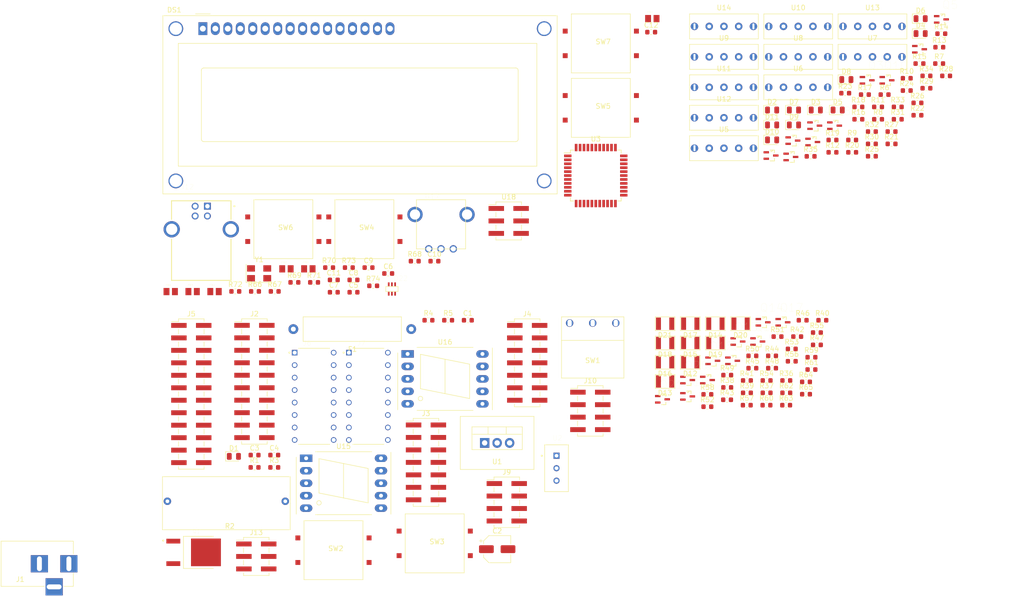
<source format=kicad_pcb>
(kicad_pcb (version 20171130) (host pcbnew "(5.1.5)-3")
  (layers (0 F.Cu signal) (31 B.Cu signal) (34 B.Paste user) (35 F.Paste user) (36 B.SilkS user) (37 F.SilkS user) (38 B.Mask user) (39 F.Mask user) (44 Edge.Cuts user))
  (net 0 "")
  (net 1 GND)
  (net 2 "Net-(C1-Pad1)")
  (net 3 "Net-(C2-Pad1)")
  (net 4 "Net-(C4-Pad1)")
  (net 5 "Net-(C5-Pad1)")
  (net 6 "Net-(C6-Pad1)")
  (net 7 "Net-(C7-Pad1)")
  (net 8 "Net-(C8-Pad1)")
  (net 9 +5V)
  (net 10 "Net-(C10-Pad2)")
  (net 11 "Net-(C11-Pad2)")
  (net 12 "Net-(C12-Pad1)")
  (net 13 "Net-(D1-Pad2)")
  (net 14 "Net-(D2-Pad2)")
  (net 15 "Net-(D2-Pad1)")
  (net 16 "Net-(D3-Pad2)")
  (net 17 "Net-(D3-Pad1)")
  (net 18 "Net-(D4-Pad2)")
  (net 19 "Net-(D4-Pad1)")
  (net 20 "Net-(D5-Pad2)")
  (net 21 "Net-(D5-Pad1)")
  (net 22 "Net-(D6-Pad2)")
  (net 23 "Net-(D6-Pad1)")
  (net 24 "Net-(D7-Pad2)")
  (net 25 "Net-(D7-Pad1)")
  (net 26 "Net-(D8-Pad2)")
  (net 27 "Net-(D8-Pad1)")
  (net 28 "Net-(D9-Pad2)")
  (net 29 "Net-(D9-Pad1)")
  (net 30 "Net-(D10-Pad2)")
  (net 31 "Net-(D10-Pad1)")
  (net 32 "Net-(D11-Pad2)")
  (net 33 "Net-(D11-Pad1)")
  (net 34 "Net-(D12-Pad2)")
  (net 35 "Net-(D12-Pad1)")
  (net 36 "Net-(D13-Pad2)")
  (net 37 "Net-(D13-Pad1)")
  (net 38 "Net-(D14-Pad2)")
  (net 39 "Net-(D14-Pad1)")
  (net 40 "Net-(D15-Pad2)")
  (net 41 "Net-(D15-Pad1)")
  (net 42 "Net-(D16-Pad2)")
  (net 43 "Net-(D16-Pad1)")
  (net 44 "Net-(D17-Pad2)")
  (net 45 "Net-(D17-Pad1)")
  (net 46 "Net-(D18-Pad2)")
  (net 47 "Net-(D18-Pad1)")
  (net 48 "Net-(D19-Pad2)")
  (net 49 "Net-(D19-Pad1)")
  (net 50 "Net-(D20-Pad2)")
  (net 51 "Net-(D20-Pad1)")
  (net 52 "Net-(D21-Pad2)")
  (net 53 "Net-(D21-Pad1)")
  (net 54 "Net-(D22-Pad1)")
  (net 55 "Net-(D22-Pad3)")
  (net 56 "Net-(D22-Pad4)")
  (net 57 "Net-(D22-Pad5)")
  (net 58 "Net-(D22-Pad6)")
  (net 59 /CLOCK_GENERATOR/D7)
  (net 60 /CLOCK_GENERATOR/D6)
  (net 61 /CLOCK_GENERATOR/D5)
  (net 62 /CLOCK_GENERATOR/D4)
  (net 63 /CLOCK_GENERATOR/D3)
  (net 64 /CLOCK_GENERATOR/D2)
  (net 65 /CLOCK_GENERATOR/D1)
  (net 66 /CLOCK_GENERATOR/D0)
  (net 67 /CLOCK_GENERATOR/LCD_ENABLE)
  (net 68 /CLOCK_GENERATOR/RS)
  (net 69 "Net-(FB5-Pad1)")
  (net 70 /CLOCK_GENERATOR/VBUS)
  (net 71 "Net-(J1-Pad1)")
  (net 72 /OLED10)
  (net 73 /OLED9)
  (net 74 /OLED8)
  (net 75 /OLED7)
  (net 76 /OLED6)
  (net 77 /OLED5)
  (net 78 /OLED4)
  (net 79 /OLED3)
  (net 80 /OLED2)
  (net 81 /OLED1)
  (net 82 /A_J)
  (net 83 /B_J)
  (net 84 /C_J)
  (net 85 /D_J)
  (net 86 /E_J)
  (net 87 /F_J)
  (net 88 /G_J)
  (net 89 /A_X)
  (net 90 /B_X)
  (net 91 /C_X)
  (net 92 /D_X)
  (net 93 /E_X)
  (net 94 /F_X)
  (net 95 /G_X)
  (net 96 /O1)
  (net 97 /O2)
  (net 98 /O3)
  (net 99 /O4)
  (net 100 /O5)
  (net 101 /O6)
  (net 102 /O7)
  (net 103 /O8)
  (net 104 /O9)
  (net 105 /O10)
  (net 106 /IB1)
  (net 107 /IB2)
  (net 108 /A2)
  (net 109 /D2)
  (net 110 /RBI)
  (net 111 /BI_RBO)
  (net 112 /LT)
  (net 113 /C2)
  (net 114 /VCC)
  (net 115 /B2)
  (net 116 /A1)
  (net 117 /D1)
  (net 118 /C1)
  (net 119 /B1)
  (net 120 "Net-(J12-PadS1)")
  (net 121 /CLK_OUT)
  (net 122 "Net-(Q1-Pad3)")
  (net 123 "Net-(Q2-Pad1)")
  (net 124 "Net-(Q3-Pad1)")
  (net 125 "Net-(Q4-Pad1)")
  (net 126 "Net-(Q5-Pad1)")
  (net 127 "Net-(Q6-Pad1)")
  (net 128 "Net-(Q7-Pad1)")
  (net 129 "Net-(Q8-Pad1)")
  (net 130 "Net-(Q9-Pad1)")
  (net 131 "Net-(Q10-Pad1)")
  (net 132 "Net-(Q11-Pad1)")
  (net 133 "Net-(Q12-Pad1)")
  (net 134 "Net-(Q13-Pad1)")
  (net 135 "Net-(Q14-Pad1)")
  (net 136 "Net-(Q15-Pad1)")
  (net 137 "Net-(Q16-Pad1)")
  (net 138 "Net-(Q17-Pad1)")
  (net 139 "Net-(Q18-Pad1)")
  (net 140 "Net-(Q19-Pad1)")
  (net 141 "Net-(Q20-Pad1)")
  (net 142 "Net-(Q21-Pad1)")
  (net 143 "Net-(R1-Pad2)")
  (net 144 /CLOCK_GENERATOR/D+)
  (net 145 /CLOCK_GENERATOR/D-)
  (net 146 /CLOCK_GENERATOR/RST)
  (net 147 /CLOCK_GENERATOR/UP_CLK)
  (net 148 /CLOCK_GENERATOR/DOWN_CLK)
  (net 149 /CLOCK_GENERATOR/CHANGE_CLK_SRC)
  (net 150 "Net-(R74-Pad1)")
  (net 151 "Net-(SW1-Pad1)")
  (net 152 "Net-(SW2-Pad4)")
  (net 153 "Net-(SW2-Pad2)")
  (net 154 "Net-(SW3-Pad4)")
  (net 155 "Net-(SW3-Pad2)")
  (net 156 "Net-(SW4-Pad4)")
  (net 157 "Net-(SW4-Pad2)")
  (net 158 "Net-(SW5-Pad4)")
  (net 159 "Net-(SW5-Pad2)")
  (net 160 "Net-(SW6-Pad4)")
  (net 161 "Net-(SW6-Pad2)")
  (net 162 "Net-(SW7-Pad4)")
  (net 163 "Net-(SW7-Pad2)")
  (net 164 "Net-(U1-Pad1)")
  (net 165 /CLOCK_GENERATOR/CLOCK_WHEEL)
  (net 166 "Net-(U3-Pad26)")
  (net 167 "Net-(U3-Pad25)")
  (net 168 "Net-(U3-Pad22)")
  (net 169 "Net-(U3-Pad18)")
  (net 170 "Net-(U3-Pad12)")
  (net 171 /CLOCK_GENERATOR/MISO)
  (net 172 /CLOCK_GENERATOR/MOSI)
  (net 173 /CLOCK_GENERATOR/SCK)
  (net 174 "Net-(U3-Pad8)")
  (net 175 "Net-(U3-Pad1)")
  (net 176 "Net-(U5-Pad4)")
  (net 177 "Net-(U5-Pad1)")
  (net 178 "Net-(U6-Pad4)")
  (net 179 "Net-(U6-Pad1)")
  (net 180 "Net-(U7-Pad4)")
  (net 181 "Net-(U7-Pad1)")
  (net 182 "Net-(U8-Pad4)")
  (net 183 "Net-(U8-Pad1)")
  (net 184 "Net-(U9-Pad4)")
  (net 185 "Net-(U9-Pad1)")
  (net 186 "Net-(U10-Pad4)")
  (net 187 "Net-(U10-Pad1)")
  (net 188 "Net-(U11-Pad4)")
  (net 189 "Net-(U11-Pad1)")
  (net 190 "Net-(U12-Pad4)")
  (net 191 "Net-(U12-Pad1)")
  (net 192 "Net-(U13-Pad4)")
  (net 193 "Net-(U13-Pad1)")
  (net 194 "Net-(U14-Pad4)")
  (net 195 "Net-(U14-Pad1)")
  (net 196 "Net-(U15-Pad5)")
  (net 197 "Net-(U16-Pad5)")
  (net 198 "Net-(U17-Pad3)")
  (module Crystal:Crystal_SMD_5032-4Pin_5.0x3.2mm (layer F.Cu) (at 96.51 110.2)
    (fp_text reference Y1 (at 0 -2.8) (layer F.SilkS))
    (fp_text value 16MHz)
    (pad 4 smd rect (at -1.65 -1) (size 1.6 1.3) (layers F.Cu F.Paste F.Mask) (net 1 GND))
    (pad 3 smd rect (at 1.65 -1) (size 1.6 1.3) (layers F.Cu F.Paste F.Mask) (net 10 "Net-(C10-Pad2)"))
    (pad 2 smd rect (at 1.65 1) (size 1.6 1.3) (layers F.Cu F.Paste F.Mask) (net 1 GND))
    (pad 1 smd rect (at -1.65 1) (size 1.6 1.3) (layers F.Cu F.Paste F.Mask) (net 11 "Net-(C11-Pad2)"))
  )
  (module Connector_PinHeader_2.54mm:PinHeader_2x03_P2.54mm_Vertical_SMD (layer F.Cu) (at 147.32 99.53)
    (fp_text reference U18 (at 0 -4.87) (layer F.SilkS))
    (fp_text value ICSP)
    (pad 6 smd rect (at 2.525 2.54) (size 3.15 1) (layers F.Cu F.Paste F.Mask) (net 173 /CLOCK_GENERATOR/SCK))
    (pad 5 smd rect (at -2.525 2.54) (size 3.15 1) (layers F.Cu F.Paste F.Mask) (net 146 /CLOCK_GENERATOR/RST))
    (pad 4 smd rect (at 2.525 0) (size 3.15 1) (layers F.Cu F.Paste F.Mask) (net 171 /CLOCK_GENERATOR/MISO))
    (pad 3 smd rect (at -2.525 0) (size 3.15 1) (layers F.Cu F.Paste F.Mask) (net 172 /CLOCK_GENERATOR/MOSI))
    (pad 2 smd rect (at 2.525 -2.54) (size 3.15 1) (layers F.Cu F.Paste F.Mask) (net 1 GND))
    (pad 1 smd rect (at -2.525 -2.54) (size 3.15 1) (layers F.Cu F.Paste F.Mask) (net 9 +5V))
  )
  (module digitalSystemBoard:RK09D117000B (layer F.Cu) (at 133.542999 105.2185)
    (fp_text reference U17 (at -1.825 -10.635) (layer F.SilkS) (effects (font (thickness 0.015))))
    (fp_text value Potentiometer-digitalSystemBoard)
    (pad 2 thru_hole circle (at 0 0) (size 1.508 1.508) (drill 1) (layers *.Cu *.Mask) (net 165 /CLOCK_GENERATOR/CLOCK_WHEEL))
    (pad 3 thru_hole circle (at 2.5 0) (size 1.508 1.508) (drill 1) (layers *.Cu *.Mask) (net 198 "Net-(U17-Pad3)"))
    (pad 1 thru_hole circle (at -2.5 0) (size 1.508 1.508) (drill 1) (layers *.Cu *.Mask) (net 9 +5V))
    (pad K2 thru_hole circle (at 5.3 -7) (size 3.116 3.116) (drill 2.1) (layers *.Cu *.Mask))
    (pad K1 thru_hole circle (at -5.3 -7) (size 3.116 3.116) (drill 2.1) (layers *.Cu *.Mask))
  )
  (module Display_7Segment:7SegmentLED_LTS6760_LTS6780 (layer F.Cu) (at 126.74 126.61)
    (fp_text reference U16 (at 7.62 -2.42) (layer F.SilkS))
    (fp_text value KCSA02-105)
    (pad 1 thru_hole rect (at 0 0 270) (size 1.524 2.524) (drill 0.8) (layers *.Cu *.Mask) (net 93 /E_X))
    (pad 2 thru_hole oval (at 0 2.54 270) (size 1.524 2.524) (drill 0.8) (layers *.Cu *.Mask) (net 92 /D_X))
    (pad 3 thru_hole oval (at 0 5.08 270) (size 1.524 2.524) (drill 0.8) (layers *.Cu *.Mask) (net 1 GND))
    (pad 4 thru_hole oval (at 0 7.62 270) (size 1.524 2.524) (drill 0.8) (layers *.Cu *.Mask) (net 91 /C_X))
    (pad 5 thru_hole oval (at 0 10.16 270) (size 1.524 2.524) (drill 0.8) (layers *.Cu *.Mask) (net 197 "Net-(U16-Pad5)"))
    (pad 6 thru_hole oval (at 15.24 10.16 270) (size 1.524 2.524) (drill 0.8) (layers *.Cu *.Mask) (net 90 /B_X))
    (pad 7 thru_hole oval (at 15.24 7.62 270) (size 1.524 2.524) (drill 0.8) (layers *.Cu *.Mask) (net 89 /A_X))
    (pad 8 thru_hole oval (at 15.24 5.08 270) (size 1.524 2.524) (drill 0.8) (layers *.Cu *.Mask) (net 1 GND))
    (pad 9 thru_hole oval (at 15.24 2.54 270) (size 1.524 2.524) (drill 0.8) (layers *.Cu *.Mask) (net 94 /F_X))
    (pad 10 thru_hole oval (at 15.24 0 270) (size 1.524 2.524) (drill 0.8) (layers *.Cu *.Mask) (net 95 /G_X))
  )
  (module Display_7Segment:7SegmentLED_LTS6760_LTS6780 (layer F.Cu) (at 106.08 147.85)
    (fp_text reference U15 (at 7.62 -2.42) (layer F.SilkS))
    (fp_text value KCSA02-105)
    (pad 1 thru_hole rect (at 0 0 270) (size 1.524 2.524) (drill 0.8) (layers *.Cu *.Mask) (net 86 /E_J))
    (pad 2 thru_hole oval (at 0 2.54 270) (size 1.524 2.524) (drill 0.8) (layers *.Cu *.Mask) (net 85 /D_J))
    (pad 3 thru_hole oval (at 0 5.08 270) (size 1.524 2.524) (drill 0.8) (layers *.Cu *.Mask) (net 1 GND))
    (pad 4 thru_hole oval (at 0 7.62 270) (size 1.524 2.524) (drill 0.8) (layers *.Cu *.Mask) (net 84 /C_J))
    (pad 5 thru_hole oval (at 0 10.16 270) (size 1.524 2.524) (drill 0.8) (layers *.Cu *.Mask) (net 196 "Net-(U15-Pad5)"))
    (pad 6 thru_hole oval (at 15.24 10.16 270) (size 1.524 2.524) (drill 0.8) (layers *.Cu *.Mask) (net 83 /B_J))
    (pad 7 thru_hole oval (at 15.24 7.62 270) (size 1.524 2.524) (drill 0.8) (layers *.Cu *.Mask) (net 82 /A_J))
    (pad 8 thru_hole oval (at 15.24 5.08 270) (size 1.524 2.524) (drill 0.8) (layers *.Cu *.Mask) (net 1 GND))
    (pad 9 thru_hole oval (at 15.24 2.54 270) (size 1.524 2.524) (drill 0.8) (layers *.Cu *.Mask) (net 87 /F_J))
    (pad 10 thru_hole oval (at 15.24 0 270) (size 1.524 2.524) (drill 0.8) (layers *.Cu *.Mask) (net 88 /G_J))
  )
  (module digitalSystemBoard:SS-12F44G5 (layer F.Cu) (at 191.145 59.925)
    (fp_text reference U14 (at 0 -3.81) (layer F.SilkS))
    (fp_text value IO_Switch)
    (pad 4 thru_hole circle (at -6 0) (size 1.524 1.524) (drill oval 0.41 1.21) (layers *.Cu *.Mask) (net 194 "Net-(U14-Pad4)"))
    (pad 4 thru_hole circle (at 6 0) (size 1.524 1.524) (drill oval 0.41 1.21) (layers *.Cu *.Mask) (net 194 "Net-(U14-Pad4)"))
    (pad 1 thru_hole circle (at -3 0) (size 1.524 1.524) (drill 0.8) (layers *.Cu *.Mask) (net 195 "Net-(U14-Pad1)"))
    (pad 3 thru_hole circle (at 3 0) (size 1.524 1.524) (drill 0.8) (layers *.Cu *.Mask) (net 9 +5V))
    (pad 2 thru_hole circle (at 0 0) (size 1.524 1.524) (drill 0.8) (layers *.Cu *.Mask) (net 105 /O10))
  )
  (module digitalSystemBoard:SS-12F44G5 (layer F.Cu) (at 221.385 59.925)
    (fp_text reference U13 (at 0 -3.81) (layer F.SilkS))
    (fp_text value IO_Switch)
    (pad 4 thru_hole circle (at -6 0) (size 1.524 1.524) (drill oval 0.41 1.21) (layers *.Cu *.Mask) (net 192 "Net-(U13-Pad4)"))
    (pad 4 thru_hole circle (at 6 0) (size 1.524 1.524) (drill oval 0.41 1.21) (layers *.Cu *.Mask) (net 192 "Net-(U13-Pad4)"))
    (pad 1 thru_hole circle (at -3 0) (size 1.524 1.524) (drill 0.8) (layers *.Cu *.Mask) (net 193 "Net-(U13-Pad1)"))
    (pad 3 thru_hole circle (at 3 0) (size 1.524 1.524) (drill 0.8) (layers *.Cu *.Mask) (net 9 +5V))
    (pad 2 thru_hole circle (at 0 0) (size 1.524 1.524) (drill 0.8) (layers *.Cu *.Mask) (net 104 /O9))
  )
  (module digitalSystemBoard:SS-12F44G5 (layer F.Cu) (at 191.145 78.525)
    (fp_text reference U12 (at 0 -3.81) (layer F.SilkS))
    (fp_text value IO_Switch)
    (pad 4 thru_hole circle (at -6 0) (size 1.524 1.524) (drill oval 0.41 1.21) (layers *.Cu *.Mask) (net 190 "Net-(U12-Pad4)"))
    (pad 4 thru_hole circle (at 6 0) (size 1.524 1.524) (drill oval 0.41 1.21) (layers *.Cu *.Mask) (net 190 "Net-(U12-Pad4)"))
    (pad 1 thru_hole circle (at -3 0) (size 1.524 1.524) (drill 0.8) (layers *.Cu *.Mask) (net 191 "Net-(U12-Pad1)"))
    (pad 3 thru_hole circle (at 3 0) (size 1.524 1.524) (drill 0.8) (layers *.Cu *.Mask) (net 9 +5V))
    (pad 2 thru_hole circle (at 0 0) (size 1.524 1.524) (drill 0.8) (layers *.Cu *.Mask) (net 103 /O8))
  )
  (module digitalSystemBoard:SS-12F44G5 (layer F.Cu) (at 191.145 72.325)
    (fp_text reference U11 (at 0 -3.81) (layer F.SilkS))
    (fp_text value IO_Switch)
    (pad 4 thru_hole circle (at -6 0) (size 1.524 1.524) (drill oval 0.41 1.21) (layers *.Cu *.Mask) (net 188 "Net-(U11-Pad4)"))
    (pad 4 thru_hole circle (at 6 0) (size 1.524 1.524) (drill oval 0.41 1.21) (layers *.Cu *.Mask) (net 188 "Net-(U11-Pad4)"))
    (pad 1 thru_hole circle (at -3 0) (size 1.524 1.524) (drill 0.8) (layers *.Cu *.Mask) (net 189 "Net-(U11-Pad1)"))
    (pad 3 thru_hole circle (at 3 0) (size 1.524 1.524) (drill 0.8) (layers *.Cu *.Mask) (net 9 +5V))
    (pad 2 thru_hole circle (at 0 0) (size 1.524 1.524) (drill 0.8) (layers *.Cu *.Mask) (net 102 /O7))
  )
  (module digitalSystemBoard:SS-12F44G5 (layer F.Cu) (at 206.265 59.925)
    (fp_text reference U10 (at 0 -3.81) (layer F.SilkS))
    (fp_text value IO_Switch)
    (pad 4 thru_hole circle (at -6 0) (size 1.524 1.524) (drill oval 0.41 1.21) (layers *.Cu *.Mask) (net 186 "Net-(U10-Pad4)"))
    (pad 4 thru_hole circle (at 6 0) (size 1.524 1.524) (drill oval 0.41 1.21) (layers *.Cu *.Mask) (net 186 "Net-(U10-Pad4)"))
    (pad 1 thru_hole circle (at -3 0) (size 1.524 1.524) (drill 0.8) (layers *.Cu *.Mask) (net 187 "Net-(U10-Pad1)"))
    (pad 3 thru_hole circle (at 3 0) (size 1.524 1.524) (drill 0.8) (layers *.Cu *.Mask) (net 9 +5V))
    (pad 2 thru_hole circle (at 0 0) (size 1.524 1.524) (drill 0.8) (layers *.Cu *.Mask) (net 101 /O6))
  )
  (module digitalSystemBoard:SS-12F44G5 (layer F.Cu) (at 191.145 66.125)
    (fp_text reference U9 (at 0 -3.81) (layer F.SilkS))
    (fp_text value IO_Switch)
    (pad 4 thru_hole circle (at -6 0) (size 1.524 1.524) (drill oval 0.41 1.21) (layers *.Cu *.Mask) (net 184 "Net-(U9-Pad4)"))
    (pad 4 thru_hole circle (at 6 0) (size 1.524 1.524) (drill oval 0.41 1.21) (layers *.Cu *.Mask) (net 184 "Net-(U9-Pad4)"))
    (pad 1 thru_hole circle (at -3 0) (size 1.524 1.524) (drill 0.8) (layers *.Cu *.Mask) (net 185 "Net-(U9-Pad1)"))
    (pad 3 thru_hole circle (at 3 0) (size 1.524 1.524) (drill 0.8) (layers *.Cu *.Mask) (net 9 +5V))
    (pad 2 thru_hole circle (at 0 0) (size 1.524 1.524) (drill 0.8) (layers *.Cu *.Mask) (net 100 /O5))
  )
  (module digitalSystemBoard:SS-12F44G5 (layer F.Cu) (at 206.265 66.125)
    (fp_text reference U8 (at 0 -3.81) (layer F.SilkS))
    (fp_text value IO_Switch)
    (pad 4 thru_hole circle (at -6 0) (size 1.524 1.524) (drill oval 0.41 1.21) (layers *.Cu *.Mask) (net 182 "Net-(U8-Pad4)"))
    (pad 4 thru_hole circle (at 6 0) (size 1.524 1.524) (drill oval 0.41 1.21) (layers *.Cu *.Mask) (net 182 "Net-(U8-Pad4)"))
    (pad 1 thru_hole circle (at -3 0) (size 1.524 1.524) (drill 0.8) (layers *.Cu *.Mask) (net 183 "Net-(U8-Pad1)"))
    (pad 3 thru_hole circle (at 3 0) (size 1.524 1.524) (drill 0.8) (layers *.Cu *.Mask) (net 9 +5V))
    (pad 2 thru_hole circle (at 0 0) (size 1.524 1.524) (drill 0.8) (layers *.Cu *.Mask) (net 99 /O4))
  )
  (module digitalSystemBoard:SS-12F44G5 (layer F.Cu) (at 221.385 66.125)
    (fp_text reference U7 (at 0 -3.81) (layer F.SilkS))
    (fp_text value IO_Switch)
    (pad 4 thru_hole circle (at -6 0) (size 1.524 1.524) (drill oval 0.41 1.21) (layers *.Cu *.Mask) (net 180 "Net-(U7-Pad4)"))
    (pad 4 thru_hole circle (at 6 0) (size 1.524 1.524) (drill oval 0.41 1.21) (layers *.Cu *.Mask) (net 180 "Net-(U7-Pad4)"))
    (pad 1 thru_hole circle (at -3 0) (size 1.524 1.524) (drill 0.8) (layers *.Cu *.Mask) (net 181 "Net-(U7-Pad1)"))
    (pad 3 thru_hole circle (at 3 0) (size 1.524 1.524) (drill 0.8) (layers *.Cu *.Mask) (net 9 +5V))
    (pad 2 thru_hole circle (at 0 0) (size 1.524 1.524) (drill 0.8) (layers *.Cu *.Mask) (net 98 /O3))
  )
  (module digitalSystemBoard:SS-12F44G5 (layer F.Cu) (at 206.265 72.325)
    (fp_text reference U6 (at 0 -3.81) (layer F.SilkS))
    (fp_text value IO_Switch)
    (pad 4 thru_hole circle (at -6 0) (size 1.524 1.524) (drill oval 0.41 1.21) (layers *.Cu *.Mask) (net 178 "Net-(U6-Pad4)"))
    (pad 4 thru_hole circle (at 6 0) (size 1.524 1.524) (drill oval 0.41 1.21) (layers *.Cu *.Mask) (net 178 "Net-(U6-Pad4)"))
    (pad 1 thru_hole circle (at -3 0) (size 1.524 1.524) (drill 0.8) (layers *.Cu *.Mask) (net 179 "Net-(U6-Pad1)"))
    (pad 3 thru_hole circle (at 3 0) (size 1.524 1.524) (drill 0.8) (layers *.Cu *.Mask) (net 9 +5V))
    (pad 2 thru_hole circle (at 0 0) (size 1.524 1.524) (drill 0.8) (layers *.Cu *.Mask) (net 97 /O2))
  )
  (module digitalSystemBoard:SS-12F44G5 (layer F.Cu) (at 191.145 84.725)
    (fp_text reference U5 (at 0 -3.81) (layer F.SilkS))
    (fp_text value IO_Switch)
    (pad 4 thru_hole circle (at -6 0) (size 1.524 1.524) (drill oval 0.41 1.21) (layers *.Cu *.Mask) (net 176 "Net-(U5-Pad4)"))
    (pad 4 thru_hole circle (at 6 0) (size 1.524 1.524) (drill oval 0.41 1.21) (layers *.Cu *.Mask) (net 176 "Net-(U5-Pad4)"))
    (pad 1 thru_hole circle (at -3 0) (size 1.524 1.524) (drill 0.8) (layers *.Cu *.Mask) (net 177 "Net-(U5-Pad1)"))
    (pad 3 thru_hole circle (at 3 0) (size 1.524 1.524) (drill 0.8) (layers *.Cu *.Mask) (net 9 +5V))
    (pad 2 thru_hole circle (at 0 0) (size 1.524 1.524) (drill 0.8) (layers *.Cu *.Mask) (net 96 /O1))
  )
  (module Package_QFP:TQFP-44_10x10mm_P0.8mm (layer F.Cu) (at 165.05 90.29)
    (fp_text reference U3 (at 0 -7.45) (layer F.SilkS))
    (fp_text value ATmega32U4-AU)
    (pad 44 smd rect (at -4 -5.7 90) (size 1.5 0.55) (layers F.Cu F.Paste F.Mask) (net 7 "Net-(C7-Pad1)"))
    (pad 43 smd rect (at -3.2 -5.7 90) (size 1.5 0.55) (layers F.Cu F.Paste F.Mask) (net 1 GND))
    (pad 42 smd rect (at -2.4 -5.7 90) (size 1.5 0.55) (layers F.Cu F.Paste F.Mask) (net 12 "Net-(C12-Pad1)"))
    (pad 41 smd rect (at -1.6 -5.7 90) (size 1.5 0.55) (layers F.Cu F.Paste F.Mask) (net 63 /CLOCK_GENERATOR/D3))
    (pad 40 smd rect (at -0.8 -5.7 90) (size 1.5 0.55) (layers F.Cu F.Paste F.Mask) (net 62 /CLOCK_GENERATOR/D4))
    (pad 39 smd rect (at 0 -5.7 90) (size 1.5 0.55) (layers F.Cu F.Paste F.Mask) (net 61 /CLOCK_GENERATOR/D5))
    (pad 38 smd rect (at 0.8 -5.7 90) (size 1.5 0.55) (layers F.Cu F.Paste F.Mask) (net 60 /CLOCK_GENERATOR/D6))
    (pad 37 smd rect (at 1.6 -5.7 90) (size 1.5 0.55) (layers F.Cu F.Paste F.Mask) (net 59 /CLOCK_GENERATOR/D7))
    (pad 36 smd rect (at 2.4 -5.7 90) (size 1.5 0.55) (layers F.Cu F.Paste F.Mask) (net 165 /CLOCK_GENERATOR/CLOCK_WHEEL))
    (pad 35 smd rect (at 3.2 -5.7 90) (size 1.5 0.55) (layers F.Cu F.Paste F.Mask) (net 1 GND))
    (pad 34 smd rect (at 4 -5.7 90) (size 1.5 0.55) (layers F.Cu F.Paste F.Mask) (net 6 "Net-(C6-Pad1)"))
    (pad 33 smd rect (at 5.7 -4) (size 1.5 0.55) (layers F.Cu F.Paste F.Mask) (net 150 "Net-(R74-Pad1)"))
    (pad 32 smd rect (at 5.7 -3.2) (size 1.5 0.55) (layers F.Cu F.Paste F.Mask) (net 64 /CLOCK_GENERATOR/D2))
    (pad 31 smd rect (at 5.7 -2.4) (size 1.5 0.55) (layers F.Cu F.Paste F.Mask) (net 65 /CLOCK_GENERATOR/D1))
    (pad 30 smd rect (at 5.7 -1.6) (size 1.5 0.55) (layers F.Cu F.Paste F.Mask) (net 66 /CLOCK_GENERATOR/D0))
    (pad 29 smd rect (at 5.7 -0.8) (size 1.5 0.55) (layers F.Cu F.Paste F.Mask) (net 121 /CLK_OUT))
    (pad 28 smd rect (at 5.7 0) (size 1.5 0.55) (layers F.Cu F.Paste F.Mask) (net 67 /CLOCK_GENERATOR/LCD_ENABLE))
    (pad 27 smd rect (at 5.7 0.8) (size 1.5 0.55) (layers F.Cu F.Paste F.Mask) (net 68 /CLOCK_GENERATOR/RS))
    (pad 26 smd rect (at 5.7 1.6) (size 1.5 0.55) (layers F.Cu F.Paste F.Mask) (net 166 "Net-(U3-Pad26)"))
    (pad 25 smd rect (at 5.7 2.4) (size 1.5 0.55) (layers F.Cu F.Paste F.Mask) (net 167 "Net-(U3-Pad25)"))
    (pad 24 smd rect (at 5.7 3.2) (size 1.5 0.55) (layers F.Cu F.Paste F.Mask) (net 7 "Net-(C7-Pad1)"))
    (pad 23 smd rect (at 5.7 4) (size 1.5 0.55) (layers F.Cu F.Paste F.Mask) (net 1 GND))
    (pad 22 smd rect (at 4 5.7 90) (size 1.5 0.55) (layers F.Cu F.Paste F.Mask) (net 168 "Net-(U3-Pad22)"))
    (pad 21 smd rect (at 3.2 5.7 90) (size 1.5 0.55) (layers F.Cu F.Paste F.Mask) (net 147 /CLOCK_GENERATOR/UP_CLK))
    (pad 20 smd rect (at 2.4 5.7 90) (size 1.5 0.55) (layers F.Cu F.Paste F.Mask) (net 148 /CLOCK_GENERATOR/DOWN_CLK))
    (pad 19 smd rect (at 1.6 5.7 90) (size 1.5 0.55) (layers F.Cu F.Paste F.Mask) (net 149 /CLOCK_GENERATOR/CHANGE_CLK_SRC))
    (pad 18 smd rect (at 0.8 5.7 90) (size 1.5 0.55) (layers F.Cu F.Paste F.Mask) (net 169 "Net-(U3-Pad18)"))
    (pad 17 smd rect (at 0 5.7 90) (size 1.5 0.55) (layers F.Cu F.Paste F.Mask) (net 11 "Net-(C11-Pad2)"))
    (pad 16 smd rect (at -0.8 5.7 90) (size 1.5 0.55) (layers F.Cu F.Paste F.Mask) (net 10 "Net-(C10-Pad2)"))
    (pad 15 smd rect (at -1.6 5.7 90) (size 1.5 0.55) (layers F.Cu F.Paste F.Mask) (net 1 GND))
    (pad 14 smd rect (at -2.4 5.7 90) (size 1.5 0.55) (layers F.Cu F.Paste F.Mask) (net 6 "Net-(C6-Pad1)"))
    (pad 13 smd rect (at -3.2 5.7 90) (size 1.5 0.55) (layers F.Cu F.Paste F.Mask) (net 146 /CLOCK_GENERATOR/RST))
    (pad 12 smd rect (at -4 5.7 90) (size 1.5 0.55) (layers F.Cu F.Paste F.Mask) (net 170 "Net-(U3-Pad12)"))
    (pad 11 smd rect (at -5.7 4) (size 1.5 0.55) (layers F.Cu F.Paste F.Mask) (net 171 /CLOCK_GENERATOR/MISO))
    (pad 10 smd rect (at -5.7 3.2) (size 1.5 0.55) (layers F.Cu F.Paste F.Mask) (net 172 /CLOCK_GENERATOR/MOSI))
    (pad 9 smd rect (at -5.7 2.4) (size 1.5 0.55) (layers F.Cu F.Paste F.Mask) (net 173 /CLOCK_GENERATOR/SCK))
    (pad 8 smd rect (at -5.7 1.6) (size 1.5 0.55) (layers F.Cu F.Paste F.Mask) (net 174 "Net-(U3-Pad8)"))
    (pad 7 smd rect (at -5.7 0.8) (size 1.5 0.55) (layers F.Cu F.Paste F.Mask) (net 70 /CLOCK_GENERATOR/VBUS))
    (pad 6 smd rect (at -5.7 0) (size 1.5 0.55) (layers F.Cu F.Paste F.Mask) (net 8 "Net-(C8-Pad1)"))
    (pad 5 smd rect (at -5.7 -0.8) (size 1.5 0.55) (layers F.Cu F.Paste F.Mask) (net 1 GND))
    (pad 4 smd rect (at -5.7 -1.6) (size 1.5 0.55) (layers F.Cu F.Paste F.Mask) (net 144 /CLOCK_GENERATOR/D+))
    (pad 3 smd rect (at -5.7 -2.4) (size 1.5 0.55) (layers F.Cu F.Paste F.Mask) (net 145 /CLOCK_GENERATOR/D-))
    (pad 2 smd rect (at -5.7 -3.2) (size 1.5 0.55) (layers F.Cu F.Paste F.Mask) (net 5 "Net-(C5-Pad1)"))
    (pad 1 smd rect (at -5.7 -4) (size 1.5 0.55) (layers F.Cu F.Paste F.Mask) (net 175 "Net-(U3-Pad1)"))
  )
  (module digitalSystemBoard:TRIM_3296W-1-501 (layer F.Cu) (at 157.055 149.875)
    (fp_text reference U2 (at 0.175 -6.135) (layer F.SilkS) (effects (font (thickness 0.015))))
    (fp_text value Potentiometer)
    (pad 3 thru_hole circle (at 0 2.54) (size 1.248 1.248) (drill 0.74) (layers *.Cu *.Mask) (net 164 "Net-(U1-Pad1)"))
    (pad 2 thru_hole circle (at 0 0) (size 1.248 1.248) (drill 0.74) (layers *.Cu *.Mask) (net 143 "Net-(R1-Pad2)"))
    (pad 1 thru_hole rect (at 0 -2.54) (size 1.248 1.248) (drill 0.74) (layers *.Cu *.Mask) (net 1 GND))
  )
  (module digitalSystemBoard:LM317 (layer F.Cu) (at 144.965 144.725)
    (fp_text reference U1 (at 0 3.81) (layer F.SilkS))
    (fp_text value LM317)
    (pad 1 thru_hole rect (at -2.54 0) (size 1.905 2) (drill 1.1) (layers *.Cu *.Mask) (net 164 "Net-(U1-Pad1)"))
    (pad 2 thru_hole oval (at 0 0) (size 1.905 2) (drill 1.1) (layers *.Cu *.Mask) (net 3 "Net-(C2-Pad1)"))
    (pad 3 thru_hole oval (at 2.54 0) (size 1.905 2) (drill 1.1) (layers *.Cu *.Mask) (net 2 "Net-(C1-Pad1)"))
  )
  (module digitalSystemBoard:Button (layer F.Cu) (at 166.074999 63.385)
    (fp_text reference SW7 (at 0.48 -0.34) (layer F.SilkS))
    (fp_text value ButtonFirst)
    (pad 4 smd rect (at -7.25 2.5) (size 1 1) (layers F.Cu F.Paste F.Mask) (net 162 "Net-(SW7-Pad4)"))
    (pad 3 smd rect (at 7.25 2.5) (size 1 1) (layers F.Cu F.Paste F.Mask) (net 1 GND))
    (pad 2 smd rect (at 7.25 -2.5) (size 1 1) (layers F.Cu F.Paste F.Mask) (net 163 "Net-(SW7-Pad2)"))
    (pad 1 smd rect (at -7.25 -2.5) (size 1 1) (layers F.Cu F.Paste F.Mask) (net 149 /CLOCK_GENERATOR/CHANGE_CLK_SRC))
  )
  (module digitalSystemBoard:Button (layer F.Cu) (at 101.434999 101.215)
    (fp_text reference SW6 (at 0.48 -0.34) (layer F.SilkS))
    (fp_text value ButtonFirst)
    (pad 4 smd rect (at -7.25 2.5) (size 1 1) (layers F.Cu F.Paste F.Mask) (net 160 "Net-(SW6-Pad4)"))
    (pad 3 smd rect (at 7.25 2.5) (size 1 1) (layers F.Cu F.Paste F.Mask) (net 1 GND))
    (pad 2 smd rect (at 7.25 -2.5) (size 1 1) (layers F.Cu F.Paste F.Mask) (net 161 "Net-(SW6-Pad2)"))
    (pad 1 smd rect (at -7.25 -2.5) (size 1 1) (layers F.Cu F.Paste F.Mask) (net 148 /CLOCK_GENERATOR/DOWN_CLK))
  )
  (module digitalSystemBoard:Button (layer F.Cu) (at 166.074999 76.505)
    (fp_text reference SW5 (at 0.48 -0.34) (layer F.SilkS))
    (fp_text value ButtonFirst)
    (pad 4 smd rect (at -7.25 2.5) (size 1 1) (layers F.Cu F.Paste F.Mask) (net 158 "Net-(SW5-Pad4)"))
    (pad 3 smd rect (at 7.25 2.5) (size 1 1) (layers F.Cu F.Paste F.Mask) (net 1 GND))
    (pad 2 smd rect (at 7.25 -2.5) (size 1 1) (layers F.Cu F.Paste F.Mask) (net 159 "Net-(SW5-Pad2)"))
    (pad 1 smd rect (at -7.25 -2.5) (size 1 1) (layers F.Cu F.Paste F.Mask) (net 147 /CLOCK_GENERATOR/UP_CLK))
  )
  (module digitalSystemBoard:Button (layer F.Cu) (at 117.934999 101.215)
    (fp_text reference SW4 (at 0.48 -0.34) (layer F.SilkS))
    (fp_text value ButtonFirst)
    (pad 4 smd rect (at -7.25 2.5) (size 1 1) (layers F.Cu F.Paste F.Mask) (net 156 "Net-(SW4-Pad4)"))
    (pad 3 smd rect (at 7.25 2.5) (size 1 1) (layers F.Cu F.Paste F.Mask) (net 1 GND))
    (pad 2 smd rect (at 7.25 -2.5) (size 1 1) (layers F.Cu F.Paste F.Mask) (net 157 "Net-(SW4-Pad2)"))
    (pad 1 smd rect (at -7.25 -2.5) (size 1 1) (layers F.Cu F.Paste F.Mask) (net 146 /CLOCK_GENERATOR/RST))
  )
  (module digitalSystemBoard:Button (layer F.Cu) (at 132.254999 165.175)
    (fp_text reference SW3 (at 0.48 -0.34) (layer F.SilkS))
    (fp_text value ButtonFirst)
    (pad 4 smd rect (at -7.25 2.5) (size 1 1) (layers F.Cu F.Paste F.Mask) (net 154 "Net-(SW3-Pad4)"))
    (pad 3 smd rect (at 7.25 2.5) (size 1 1) (layers F.Cu F.Paste F.Mask) (net 107 /IB2))
    (pad 2 smd rect (at 7.25 -2.5) (size 1 1) (layers F.Cu F.Paste F.Mask) (net 155 "Net-(SW3-Pad2)"))
    (pad 1 smd rect (at -7.25 -2.5) (size 1 1) (layers F.Cu F.Paste F.Mask) (net 1 GND))
  )
  (module digitalSystemBoard:Button (layer F.Cu) (at 111.644999 166.565)
    (fp_text reference SW2 (at 0.48 -0.34) (layer F.SilkS))
    (fp_text value ButtonFirst)
    (pad 4 smd rect (at -7.25 2.5) (size 1 1) (layers F.Cu F.Paste F.Mask) (net 152 "Net-(SW2-Pad4)"))
    (pad 3 smd rect (at 7.25 2.5) (size 1 1) (layers F.Cu F.Paste F.Mask) (net 106 /IB1))
    (pad 2 smd rect (at 7.25 -2.5) (size 1 1) (layers F.Cu F.Paste F.Mask) (net 153 "Net-(SW2-Pad2)"))
    (pad 1 smd rect (at -7.25 -2.5) (size 1 1) (layers F.Cu F.Paste F.Mask) (net 1 GND))
  )
  (module digitalSystemBoard:SS-12D11 (layer F.Cu) (at 164.425 120.325)
    (fp_text reference SW1 (at 0 7.62) (layer F.SilkS))
    (fp_text value SW_SPDT)
    (pad 3 thru_hole circle (at 4.7 0) (size 1.524 1.524) (drill oval 0.85 1.35) (layers *.Cu *.Mask) (net 2 "Net-(C1-Pad1)"))
    (pad 1 thru_hole circle (at -4.7 0) (size 1.524 1.524) (drill oval 0.85 1.35) (layers *.Cu *.Mask) (net 151 "Net-(SW1-Pad1)"))
    (pad 2 thru_hole circle (at 0 0) (size 1.524 1.524) (drill oval 0.85 1.35) (layers *.Cu *.Mask) (net 71 "Net-(J1-Pad1)"))
  )
  (module Resistor_SMD:R_0603_1608Metric (layer F.Cu) (at 119.73 112.74)
    (fp_text reference R74 (at 0 -1.43) (layer F.SilkS))
    (fp_text value 10K)
    (pad 2 smd roundrect (at 0.7875 0) (size 0.875 0.95) (layers F.Cu F.Paste F.Mask) (net 1 GND))
    (pad 1 smd roundrect (at -0.7875 0) (size 0.875 0.95) (layers F.Cu F.Paste F.Mask) (net 150 "Net-(R74-Pad1)"))
  )
  (module Resistor_SMD:R_0603_1608Metric (layer F.Cu) (at 114.77 109.03)
    (fp_text reference R73 (at 0 -1.43) (layer F.SilkS))
    (fp_text value 10K)
    (pad 2 smd roundrect (at 0.7875 0) (size 0.875 0.95) (layers F.Cu F.Paste F.Mask) (net 149 /CLOCK_GENERATOR/CHANGE_CLK_SRC))
    (pad 1 smd roundrect (at -0.7875 0) (size 0.875 0.95) (layers F.Cu F.Paste F.Mask) (net 9 +5V))
  )
  (module Resistor_SMD:R_0603_1608Metric (layer F.Cu) (at 91.66 113.88)
    (fp_text reference R72 (at 0 -1.43) (layer F.SilkS))
    (fp_text value 10K)
    (pad 2 smd roundrect (at 0.7875 0) (size 0.875 0.95) (layers F.Cu F.Paste F.Mask) (net 148 /CLOCK_GENERATOR/DOWN_CLK))
    (pad 1 smd roundrect (at -0.7875 0) (size 0.875 0.95) (layers F.Cu F.Paste F.Mask) (net 9 +5V))
  )
  (module Resistor_SMD:R_0603_1608Metric (layer F.Cu) (at 107.7 112.04)
    (fp_text reference R71 (at 0 -1.43) (layer F.SilkS))
    (fp_text value 10K)
    (pad 2 smd roundrect (at 0.7875 0) (size 0.875 0.95) (layers F.Cu F.Paste F.Mask) (net 147 /CLOCK_GENERATOR/UP_CLK))
    (pad 1 smd roundrect (at -0.7875 0) (size 0.875 0.95) (layers F.Cu F.Paste F.Mask) (net 9 +5V))
  )
  (module Resistor_SMD:R_0603_1608Metric (layer F.Cu) (at 110.76 109.03)
    (fp_text reference R70 (at 0 -1.43) (layer F.SilkS))
    (fp_text value 10k)
    (pad 2 smd roundrect (at 0.7875 0) (size 0.875 0.95) (layers F.Cu F.Paste F.Mask) (net 146 /CLOCK_GENERATOR/RST))
    (pad 1 smd roundrect (at -0.7875 0) (size 0.875 0.95) (layers F.Cu F.Paste F.Mask) (net 9 +5V))
  )
  (module Resistor_SMD:R_0603_1608Metric (layer F.Cu) (at 103.69 112.04)
    (fp_text reference R69 (at 0 -1.43) (layer F.SilkS))
    (fp_text value 1M)
    (pad 2 smd roundrect (at 0.7875 0) (size 0.875 0.95) (layers F.Cu F.Paste F.Mask) (net 10 "Net-(C10-Pad2)"))
    (pad 1 smd roundrect (at -0.7875 0) (size 0.875 0.95) (layers F.Cu F.Paste F.Mask) (net 11 "Net-(C11-Pad2)"))
  )
  (module Resistor_SMD:R_0603_1608Metric (layer F.Cu) (at 128.19 107.72)
    (fp_text reference R68 (at 0 -1.43) (layer F.SilkS))
    (fp_text value 22)
    (pad 2 smd roundrect (at 0.7875 0) (size 0.875 0.95) (layers F.Cu F.Paste F.Mask) (net 120 "Net-(J12-PadS1)"))
    (pad 1 smd roundrect (at -0.7875 0) (size 0.875 0.95) (layers F.Cu F.Paste F.Mask) (net 1 GND))
  )
  (module Resistor_SMD:R_0603_1608Metric (layer F.Cu) (at 99.68 113.88)
    (fp_text reference R67 (at 0 -1.43) (layer F.SilkS))
    (fp_text value 22)
    (pad 2 smd roundrect (at 0.7875 0) (size 0.875 0.95) (layers F.Cu F.Paste F.Mask) (net 56 "Net-(D22-Pad4)"))
    (pad 1 smd roundrect (at -0.7875 0) (size 0.875 0.95) (layers F.Cu F.Paste F.Mask) (net 145 /CLOCK_GENERATOR/D-))
  )
  (module Resistor_SMD:R_0603_1608Metric (layer F.Cu) (at 95.67 113.88)
    (fp_text reference R66 (at 0 -1.43) (layer F.SilkS))
    (fp_text value 22)
    (pad 2 smd roundrect (at 0.7875 0) (size 0.875 0.95) (layers F.Cu F.Paste F.Mask) (net 58 "Net-(D22-Pad6)"))
    (pad 1 smd roundrect (at -0.7875 0) (size 0.875 0.95) (layers F.Cu F.Paste F.Mask) (net 144 /CLOCK_GENERATOR/D+))
  )
  (module Resistor_SMD:R_0603_1608Metric (layer F.Cu) (at 207.85 134.81)
    (fp_text reference R65 (at 0 -1.43) (layer F.SilkS))
    (fp_text value 330)
    (pad 2 smd roundrect (at 0.7875 0) (size 0.875 0.95) (layers F.Cu F.Paste F.Mask) (net 52 "Net-(D21-Pad2)"))
    (pad 1 smd roundrect (at -0.7875 0) (size 0.875 0.95) (layers F.Cu F.Paste F.Mask) (net 9 +5V))
  )
  (module Resistor_SMD:R_0603_1608Metric (layer F.Cu) (at 207.85 132.3)
    (fp_text reference R64 (at 0 -1.43) (layer F.SilkS))
    (fp_text value 10k)
    (pad 2 smd roundrect (at 0.7875 0) (size 0.875 0.95) (layers F.Cu F.Paste F.Mask) (net 1 GND))
    (pad 1 smd roundrect (at -0.7875 0) (size 0.875 0.95) (layers F.Cu F.Paste F.Mask) (net 142 "Net-(Q21-Pad1)"))
  )
  (module Resistor_SMD:R_0603_1608Metric (layer F.Cu) (at 203.81 137.04)
    (fp_text reference R63 (at 0 -1.43) (layer F.SilkS))
    (fp_text value 10)
    (pad 2 smd roundrect (at 0.7875 0) (size 0.875 0.95) (layers F.Cu F.Paste F.Mask) (net 72 /OLED10))
    (pad 1 smd roundrect (at -0.7875 0) (size 0.875 0.95) (layers F.Cu F.Paste F.Mask) (net 142 "Net-(Q21-Pad1)"))
  )
  (module Resistor_SMD:R_0603_1608Metric (layer F.Cu) (at 203.84 134.53)
    (fp_text reference R62 (at 0 -1.43) (layer F.SilkS))
    (fp_text value 330)
    (pad 2 smd roundrect (at 0.7875 0) (size 0.875 0.95) (layers F.Cu F.Paste F.Mask) (net 50 "Net-(D20-Pad2)"))
    (pad 1 smd roundrect (at -0.7875 0) (size 0.875 0.95) (layers F.Cu F.Paste F.Mask) (net 9 +5V))
  )
  (module Resistor_SMD:R_0603_1608Metric (layer F.Cu) (at 208.96 129.79)
    (fp_text reference R61 (at 0 -1.43) (layer F.SilkS))
    (fp_text value 10k)
    (pad 2 smd roundrect (at 0.7875 0) (size 0.875 0.95) (layers F.Cu F.Paste F.Mask) (net 1 GND))
    (pad 1 smd roundrect (at -0.7875 0) (size 0.875 0.95) (layers F.Cu F.Paste F.Mask) (net 141 "Net-(Q20-Pad1)"))
  )
  (module Resistor_SMD:R_0603_1608Metric (layer F.Cu) (at 199.8 137.04)
    (fp_text reference R60 (at 0 -1.43) (layer F.SilkS))
    (fp_text value 10)
    (pad 2 smd roundrect (at 0.7875 0) (size 0.875 0.95) (layers F.Cu F.Paste F.Mask) (net 73 /OLED9))
    (pad 1 smd roundrect (at -0.7875 0) (size 0.875 0.95) (layers F.Cu F.Paste F.Mask) (net 141 "Net-(Q20-Pad1)"))
  )
  (module Resistor_SMD:R_0603_1608Metric (layer F.Cu) (at 208.96 127.28)
    (fp_text reference R59 (at 0 -1.43) (layer F.SilkS))
    (fp_text value 330)
    (pad 2 smd roundrect (at 0.7875 0) (size 0.875 0.95) (layers F.Cu F.Paste F.Mask) (net 48 "Net-(D19-Pad2)"))
    (pad 1 smd roundrect (at -0.7875 0) (size 0.875 0.95) (layers F.Cu F.Paste F.Mask) (net 9 +5V))
  )
  (module Resistor_SMD:R_0603_1608Metric (layer F.Cu) (at 187.77 134.84)
    (fp_text reference R58 (at 0 -1.43) (layer F.SilkS))
    (fp_text value 10k)
    (pad 2 smd roundrect (at 0.7875 0) (size 0.875 0.95) (layers F.Cu F.Paste F.Mask) (net 1 GND))
    (pad 1 smd roundrect (at -0.7875 0) (size 0.875 0.95) (layers F.Cu F.Paste F.Mask) (net 140 "Net-(Q19-Pad1)"))
  )
  (module Resistor_SMD:R_0603_1608Metric (layer F.Cu) (at 195.79 137.04)
    (fp_text reference R57 (at 0 -1.43) (layer F.SilkS))
    (fp_text value 10)
    (pad 2 smd roundrect (at 0.7875 0) (size 0.875 0.95) (layers F.Cu F.Paste F.Mask) (net 74 /OLED8))
    (pad 1 smd roundrect (at -0.7875 0) (size 0.875 0.95) (layers F.Cu F.Paste F.Mask) (net 140 "Net-(Q19-Pad1)"))
  )
  (module Resistor_SMD:R_0603_1608Metric (layer F.Cu) (at 204.95 128.1)
    (fp_text reference R56 (at 0 -1.43) (layer F.SilkS))
    (fp_text value 330)
    (pad 2 smd roundrect (at 0.7875 0) (size 0.875 0.95) (layers F.Cu F.Paste F.Mask) (net 46 "Net-(D18-Pad2)"))
    (pad 1 smd roundrect (at -0.7875 0) (size 0.875 0.95) (layers F.Cu F.Paste F.Mask) (net 9 +5V))
  )
  (module Resistor_SMD:R_0603_1608Metric (layer F.Cu) (at 210.07 122.26)
    (fp_text reference R55 (at 0 -1.43) (layer F.SilkS))
    (fp_text value 10k)
    (pad 2 smd roundrect (at 0.7875 0) (size 0.875 0.95) (layers F.Cu F.Paste F.Mask) (net 1 GND))
    (pad 1 smd roundrect (at -0.7875 0) (size 0.875 0.95) (layers F.Cu F.Paste F.Mask) (net 139 "Net-(Q18-Pad1)"))
  )
  (module Resistor_SMD:R_0603_1608Metric (layer F.Cu) (at 199.83 132.02)
    (fp_text reference R54 (at 0 -1.43) (layer F.SilkS))
    (fp_text value 10)
    (pad 2 smd roundrect (at 0.7875 0) (size 0.875 0.95) (layers F.Cu F.Paste F.Mask) (net 75 /OLED7))
    (pad 1 smd roundrect (at -0.7875 0) (size 0.875 0.95) (layers F.Cu F.Paste F.Mask) (net 139 "Net-(Q18-Pad1)"))
  )
  (module Resistor_SMD:R_0603_1608Metric (layer F.Cu) (at 204.95 125.59)
    (fp_text reference R53 (at 0 -1.43) (layer F.SilkS))
    (fp_text value 330)
    (pad 2 smd roundrect (at 0.7875 0) (size 0.875 0.95) (layers F.Cu F.Paste F.Mask) (net 44 "Net-(D17-Pad2)"))
    (pad 1 smd roundrect (at -0.7875 0) (size 0.875 0.95) (layers F.Cu F.Paste F.Mask) (net 9 +5V))
  )
  (module Resistor_SMD:R_0603_1608Metric (layer F.Cu) (at 187.77 137.35)
    (fp_text reference R52 (at 0 -1.43) (layer F.SilkS))
    (fp_text value 10k)
    (pad 2 smd roundrect (at 0.7875 0) (size 0.875 0.95) (layers F.Cu F.Paste F.Mask) (net 1 GND))
    (pad 1 smd roundrect (at -0.7875 0) (size 0.875 0.95) (layers F.Cu F.Paste F.Mask) (net 138 "Net-(Q17-Pad1)"))
  )
  (module Resistor_SMD:R_0603_1608Metric (layer F.Cu) (at 202.05 123.08)
    (fp_text reference R51 (at 0 -1.43) (layer F.SilkS))
    (fp_text value 10)
    (pad 2 smd roundrect (at 0.7875 0) (size 0.875 0.95) (layers F.Cu F.Paste F.Mask) (net 76 /OLED6))
    (pad 1 smd roundrect (at -0.7875 0) (size 0.875 0.95) (layers F.Cu F.Paste F.Mask) (net 138 "Net-(Q17-Pad1)"))
  )
  (module Resistor_SMD:R_0603_1608Metric (layer F.Cu) (at 196.93 127)
    (fp_text reference R50 (at 0 -1.43) (layer F.SilkS))
    (fp_text value 330)
    (pad 2 smd roundrect (at 0.7875 0) (size 0.875 0.95) (layers F.Cu F.Paste F.Mask) (net 42 "Net-(D16-Pad2)"))
    (pad 1 smd roundrect (at -0.7875 0) (size 0.875 0.95) (layers F.Cu F.Paste F.Mask) (net 9 +5V))
  )
  (module Resistor_SMD:R_0603_1608Metric (layer F.Cu) (at 191.81 130.92)
    (fp_text reference R49 (at 0 -1.43) (layer F.SilkS))
    (fp_text value 10k)
    (pad 2 smd roundrect (at 0.7875 0) (size 0.875 0.95) (layers F.Cu F.Paste F.Mask) (net 1 GND))
    (pad 1 smd roundrect (at -0.7875 0) (size 0.875 0.95) (layers F.Cu F.Paste F.Mask) (net 137 "Net-(Q16-Pad1)"))
  )
  (module Resistor_SMD:R_0603_1608Metric (layer F.Cu) (at 200.94 129.51)
    (fp_text reference R48 (at 0 -1.43) (layer F.SilkS))
    (fp_text value 10)
    (pad 2 smd roundrect (at 0.7875 0) (size 0.875 0.95) (layers F.Cu F.Paste F.Mask) (net 77 /OLED5))
    (pad 1 smd roundrect (at -0.7875 0) (size 0.875 0.95) (layers F.Cu F.Paste F.Mask) (net 137 "Net-(Q16-Pad1)"))
  )
  (module Resistor_SMD:R_0603_1608Metric (layer F.Cu) (at 210.07 124.77)
    (fp_text reference R47 (at 0 -1.43) (layer F.SilkS))
    (fp_text value 330)
    (pad 2 smd roundrect (at 0.7875 0) (size 0.875 0.95) (layers F.Cu F.Paste F.Mask) (net 40 "Net-(D15-Pad2)"))
    (pad 1 smd roundrect (at -0.7875 0) (size 0.875 0.95) (layers F.Cu F.Paste F.Mask) (net 9 +5V))
  )
  (module Resistor_SMD:R_0603_1608Metric (layer F.Cu) (at 207.17 119.75)
    (fp_text reference R46 (at 0 -1.43) (layer F.SilkS))
    (fp_text value 10k)
    (pad 2 smd roundrect (at 0.7875 0) (size 0.875 0.95) (layers F.Cu F.Paste F.Mask) (net 1 GND))
    (pad 1 smd roundrect (at -0.7875 0) (size 0.875 0.95) (layers F.Cu F.Paste F.Mask) (net 136 "Net-(Q15-Pad1)"))
  )
  (module Resistor_SMD:R_0603_1608Metric (layer F.Cu) (at 196.93 129.51)
    (fp_text reference R45 (at 0 -1.43) (layer F.SilkS))
    (fp_text value 10)
    (pad 2 smd roundrect (at 0.7875 0) (size 0.875 0.95) (layers F.Cu F.Paste F.Mask) (net 78 /OLED4))
    (pad 1 smd roundrect (at -0.7875 0) (size 0.875 0.95) (layers F.Cu F.Paste F.Mask) (net 136 "Net-(Q15-Pad1)"))
  )
  (module Resistor_SMD:R_0603_1608Metric (layer F.Cu) (at 200.94 127)
    (fp_text reference R44 (at 0 -1.43) (layer F.SilkS))
    (fp_text value 330)
    (pad 2 smd roundrect (at 0.7875 0) (size 0.875 0.95) (layers F.Cu F.Paste F.Mask) (net 38 "Net-(D14-Pad2)"))
    (pad 1 smd roundrect (at -0.7875 0) (size 0.875 0.95) (layers F.Cu F.Paste F.Mask) (net 9 +5V))
  )
  (module Resistor_SMD:R_0603_1608Metric (layer F.Cu) (at 191.78 135.94)
    (fp_text reference R43 (at 0 -1.43) (layer F.SilkS))
    (fp_text value 10k)
    (pad 2 smd roundrect (at 0.7875 0) (size 0.875 0.95) (layers F.Cu F.Paste F.Mask) (net 1 GND))
    (pad 1 smd roundrect (at -0.7875 0) (size 0.875 0.95) (layers F.Cu F.Paste F.Mask) (net 135 "Net-(Q14-Pad1)"))
  )
  (module Resistor_SMD:R_0603_1608Metric (layer F.Cu) (at 206.06 123.08)
    (fp_text reference R42 (at 0 -1.43) (layer F.SilkS))
    (fp_text value 10)
    (pad 2 smd roundrect (at 0.7875 0) (size 0.875 0.95) (layers F.Cu F.Paste F.Mask) (net 79 /OLED3))
    (pad 1 smd roundrect (at -0.7875 0) (size 0.875 0.95) (layers F.Cu F.Paste F.Mask) (net 135 "Net-(Q14-Pad1)"))
  )
  (module Resistor_SMD:R_0603_1608Metric (layer F.Cu) (at 195.82 132.02)
    (fp_text reference R41 (at 0 -1.43) (layer F.SilkS))
    (fp_text value 330)
    (pad 2 smd roundrect (at 0.7875 0) (size 0.875 0.95) (layers F.Cu F.Paste F.Mask) (net 36 "Net-(D13-Pad2)"))
    (pad 1 smd roundrect (at -0.7875 0) (size 0.875 0.95) (layers F.Cu F.Paste F.Mask) (net 9 +5V))
  )
  (module Resistor_SMD:R_0603_1608Metric (layer F.Cu) (at 211.18 119.75)
    (fp_text reference R40 (at 0 -1.43) (layer F.SilkS))
    (fp_text value 10k)
    (pad 2 smd roundrect (at 0.7875 0) (size 0.875 0.95) (layers F.Cu F.Paste F.Mask) (net 1 GND))
    (pad 1 smd roundrect (at -0.7875 0) (size 0.875 0.95) (layers F.Cu F.Paste F.Mask) (net 134 "Net-(Q13-Pad1)"))
  )
  (module Resistor_SMD:R_0603_1608Metric (layer F.Cu) (at 195.82 134.53)
    (fp_text reference R39 (at 0 -1.43) (layer F.SilkS))
    (fp_text value 10)
    (pad 2 smd roundrect (at 0.7875 0) (size 0.875 0.95) (layers F.Cu F.Paste F.Mask) (net 80 /OLED2))
    (pad 1 smd roundrect (at -0.7875 0) (size 0.875 0.95) (layers F.Cu F.Paste F.Mask) (net 134 "Net-(Q13-Pad1)"))
  )
  (module Resistor_SMD:R_0603_1608Metric (layer F.Cu) (at 191.81 133.43)
    (fp_text reference R38 (at 0 -1.43) (layer F.SilkS))
    (fp_text value 330)
    (pad 2 smd roundrect (at 0.7875 0) (size 0.875 0.95) (layers F.Cu F.Paste F.Mask) (net 34 "Net-(D12-Pad2)"))
    (pad 1 smd roundrect (at -0.7875 0) (size 0.875 0.95) (layers F.Cu F.Paste F.Mask) (net 9 +5V))
  )
  (module Resistor_SMD:R_0603_1608Metric (layer F.Cu) (at 199.83 134.53)
    (fp_text reference R37 (at 0 -1.43) (layer F.SilkS))
    (fp_text value 10k)
    (pad 2 smd roundrect (at 0.7875 0) (size 0.875 0.95) (layers F.Cu F.Paste F.Mask) (net 1 GND))
    (pad 1 smd roundrect (at -0.7875 0) (size 0.875 0.95) (layers F.Cu F.Paste F.Mask) (net 133 "Net-(Q12-Pad1)"))
  )
  (module Resistor_SMD:R_0603_1608Metric (layer F.Cu) (at 203.84 132.02)
    (fp_text reference R36 (at 0 -1.43) (layer F.SilkS))
    (fp_text value 10)
    (pad 2 smd roundrect (at 0.7875 0) (size 0.875 0.95) (layers F.Cu F.Paste F.Mask) (net 81 /OLED1))
    (pad 1 smd roundrect (at -0.7875 0) (size 0.875 0.95) (layers F.Cu F.Paste F.Mask) (net 133 "Net-(Q12-Pad1)"))
  )
  (module Resistor_SMD:R_0603_1608Metric (layer F.Cu) (at 208.79 86.38)
    (fp_text reference R35 (at 0 -1.43) (layer F.SilkS))
    (fp_text value 470)
    (pad 2 smd roundrect (at 0.7875 0) (size 0.875 0.95) (layers F.Cu F.Paste F.Mask) (net 32 "Net-(D11-Pad2)"))
    (pad 1 smd roundrect (at -0.7875 0) (size 0.875 0.95) (layers F.Cu F.Paste F.Mask) (net 9 +5V))
  )
  (module Resistor_SMD:R_0603_1608Metric (layer F.Cu) (at 232.37 70)
    (fp_text reference R34 (at 0 -1.43) (layer F.SilkS))
    (fp_text value 10k)
    (pad 2 smd roundrect (at 0.7875 0) (size 0.875 0.95) (layers F.Cu F.Paste F.Mask) (net 1 GND))
    (pad 1 smd roundrect (at -0.7875 0) (size 0.875 0.95) (layers F.Cu F.Paste F.Mask) (net 132 "Net-(Q11-Pad1)"))
  )
  (module Resistor_SMD:R_0603_1608Metric (layer F.Cu) (at 226.53 76.32)
    (fp_text reference R33 (at 0 -1.43) (layer F.SilkS))
    (fp_text value 10)
    (pad 2 smd roundrect (at 0.7875 0) (size 0.875 0.95) (layers F.Cu F.Paste F.Mask) (net 105 /O10))
    (pad 1 smd roundrect (at -0.7875 0) (size 0.875 0.95) (layers F.Cu F.Paste F.Mask) (net 132 "Net-(Q11-Pad1)"))
  )
  (module Resistor_SMD:R_0603_1608Metric (layer F.Cu) (at 221.26 81.34)
    (fp_text reference R32 (at 0 -1.43) (layer F.SilkS))
    (fp_text value 470)
    (pad 2 smd roundrect (at 0.7875 0) (size 0.875 0.95) (layers F.Cu F.Paste F.Mask) (net 30 "Net-(D10-Pad2)"))
    (pad 1 smd roundrect (at -0.7875 0) (size 0.875 0.95) (layers F.Cu F.Paste F.Mask) (net 9 +5V))
  )
  (module Resistor_SMD:R_0603_1608Metric (layer F.Cu) (at 226.53 78.83)
    (fp_text reference R31 (at 0 -1.43) (layer F.SilkS))
    (fp_text value 10k)
    (pad 2 smd roundrect (at 0.7875 0) (size 0.875 0.95) (layers F.Cu F.Paste F.Mask) (net 1 GND))
    (pad 1 smd roundrect (at -0.7875 0) (size 0.875 0.95) (layers F.Cu F.Paste F.Mask) (net 131 "Net-(Q10-Pad1)"))
  )
  (module Resistor_SMD:R_0603_1608Metric (layer F.Cu) (at 221.26 83.85)
    (fp_text reference R30 (at 0 -1.43) (layer F.SilkS))
    (fp_text value 10)
    (pad 2 smd roundrect (at 0.7875 0) (size 0.875 0.95) (layers F.Cu F.Paste F.Mask) (net 104 /O9))
    (pad 1 smd roundrect (at -0.7875 0) (size 0.875 0.95) (layers F.Cu F.Paste F.Mask) (net 131 "Net-(Q10-Pad1)"))
  )
  (module Resistor_SMD:R_0603_1608Metric (layer F.Cu) (at 232.37 72.51)
    (fp_text reference R29 (at 0 -1.43) (layer F.SilkS))
    (fp_text value 470)
    (pad 2 smd roundrect (at 0.7875 0) (size 0.875 0.95) (layers F.Cu F.Paste F.Mask) (net 28 "Net-(D9-Pad2)"))
    (pad 1 smd roundrect (at -0.7875 0) (size 0.875 0.95) (layers F.Cu F.Paste F.Mask) (net 9 +5V))
  )
  (module Resistor_SMD:R_0603_1608Metric (layer F.Cu) (at 236.38 70)
    (fp_text reference R28 (at 0 -1.43) (layer F.SilkS))
    (fp_text value 10k)
    (pad 2 smd roundrect (at 0.7875 0) (size 0.875 0.95) (layers F.Cu F.Paste F.Mask) (net 1 GND))
    (pad 1 smd roundrect (at -0.7875 0) (size 0.875 0.95) (layers F.Cu F.Paste F.Mask) (net 130 "Net-(Q9-Pad1)"))
  )
  (module Resistor_SMD:R_0603_1608Metric (layer F.Cu) (at 225.27 81.34)
    (fp_text reference R27 (at 0 -1.43) (layer F.SilkS))
    (fp_text value 10)
    (pad 2 smd roundrect (at 0.7875 0) (size 0.875 0.95) (layers F.Cu F.Paste F.Mask) (net 103 /O8))
    (pad 1 smd roundrect (at -0.7875 0) (size 0.875 0.95) (layers F.Cu F.Paste F.Mask) (net 130 "Net-(Q9-Pad1)"))
  )
  (module Resistor_SMD:R_0603_1608Metric (layer F.Cu) (at 230.54 75.5)
    (fp_text reference R26 (at 0 -1.43) (layer F.SilkS))
    (fp_text value 470)
    (pad 2 smd roundrect (at 0.7875 0) (size 0.875 0.95) (layers F.Cu F.Paste F.Mask) (net 26 "Net-(D8-Pad2)"))
    (pad 1 smd roundrect (at -0.7875 0) (size 0.875 0.95) (layers F.Cu F.Paste F.Mask) (net 9 +5V))
  )
  (module Resistor_SMD:R_0603_1608Metric (layer F.Cu) (at 221.26 86.36)
    (fp_text reference R25 (at 0 -1.43) (layer F.SilkS))
    (fp_text value 10k)
    (pad 2 smd roundrect (at 0.7875 0) (size 0.875 0.95) (layers F.Cu F.Paste F.Mask) (net 1 GND))
    (pad 1 smd roundrect (at -0.7875 0) (size 0.875 0.95) (layers F.Cu F.Paste F.Mask) (net 129 "Net-(Q8-Pad1)"))
  )
  (module Resistor_SMD:R_0603_1608Metric (layer F.Cu) (at 228.36 72.99)
    (fp_text reference R24 (at 0 -1.43) (layer F.SilkS))
    (fp_text value 10)
    (pad 2 smd roundrect (at 0.7875 0) (size 0.875 0.95) (layers F.Cu F.Paste F.Mask) (net 102 /O7))
    (pad 1 smd roundrect (at -0.7875 0) (size 0.875 0.95) (layers F.Cu F.Paste F.Mask) (net 129 "Net-(Q8-Pad1)"))
  )
  (module Resistor_SMD:R_0603_1608Metric (layer F.Cu) (at 215.83 73.52)
    (fp_text reference R23 (at 0 -1.43) (layer F.SilkS))
    (fp_text value 470)
    (pad 2 smd roundrect (at 0.7875 0) (size 0.875 0.95) (layers F.Cu F.Paste F.Mask) (net 24 "Net-(D7-Pad2)"))
    (pad 1 smd roundrect (at -0.7875 0) (size 0.875 0.95) (layers F.Cu F.Paste F.Mask) (net 9 +5V))
  )
  (module Resistor_SMD:R_0603_1608Metric (layer F.Cu) (at 230.54 78.01)
    (fp_text reference R22 (at 0 -1.43) (layer F.SilkS))
    (fp_text value 10k)
    (pad 2 smd roundrect (at 0.7875 0) (size 0.875 0.95) (layers F.Cu F.Paste F.Mask) (net 1 GND))
    (pad 1 smd roundrect (at -0.7875 0) (size 0.875 0.95) (layers F.Cu F.Paste F.Mask) (net 128 "Net-(Q7-Pad1)"))
  )
  (module Resistor_SMD:R_0603_1608Metric (layer F.Cu) (at 225.27 83.85)
    (fp_text reference R21 (at 0 -1.43) (layer F.SilkS))
    (fp_text value 10)
    (pad 2 smd roundrect (at 0.7875 0) (size 0.875 0.95) (layers F.Cu F.Paste F.Mask) (net 101 /O6))
    (pad 1 smd roundrect (at -0.7875 0) (size 0.875 0.95) (layers F.Cu F.Paste F.Mask) (net 128 "Net-(Q7-Pad1)"))
  )
  (module Resistor_SMD:R_0603_1608Metric (layer F.Cu) (at 217.25 85.56)
    (fp_text reference R20 (at 0 -1.43) (layer F.SilkS))
    (fp_text value 470)
    (pad 2 smd roundrect (at 0.7875 0) (size 0.875 0.95) (layers F.Cu F.Paste F.Mask) (net 22 "Net-(D6-Pad2)"))
    (pad 1 smd roundrect (at -0.7875 0) (size 0.875 0.95) (layers F.Cu F.Paste F.Mask) (net 9 +5V))
  )
  (module Resistor_SMD:R_0603_1608Metric (layer F.Cu) (at 213.24 83.05)
    (fp_text reference R19 (at 0 -1.43) (layer F.SilkS))
    (fp_text value 10k)
    (pad 2 smd roundrect (at 0.7875 0) (size 0.875 0.95) (layers F.Cu F.Paste F.Mask) (net 1 GND))
    (pad 1 smd roundrect (at -0.7875 0) (size 0.875 0.95) (layers F.Cu F.Paste F.Mask) (net 127 "Net-(Q6-Pad1)"))
  )
  (module Resistor_SMD:R_0603_1608Metric (layer F.Cu) (at 218.51 76.32)
    (fp_text reference R18 (at 0 -1.43) (layer F.SilkS))
    (fp_text value 10)
    (pad 2 smd roundrect (at 0.7875 0) (size 0.875 0.95) (layers F.Cu F.Paste F.Mask) (net 100 /O5))
    (pad 1 smd roundrect (at -0.7875 0) (size 0.875 0.95) (layers F.Cu F.Paste F.Mask) (net 127 "Net-(Q6-Pad1)"))
  )
  (module Resistor_SMD:R_0603_1608Metric (layer F.Cu) (at 219.84 73.81)
    (fp_text reference R17 (at 0 -1.43) (layer F.SilkS))
    (fp_text value 470)
    (pad 2 smd roundrect (at 0.7875 0) (size 0.875 0.95) (layers F.Cu F.Paste F.Mask) (net 20 "Net-(D5-Pad2)"))
    (pad 1 smd roundrect (at -0.7875 0) (size 0.875 0.95) (layers F.Cu F.Paste F.Mask) (net 9 +5V))
  )
  (module Resistor_SMD:R_0603_1608Metric (layer F.Cu) (at 218.51 78.83)
    (fp_text reference R16 (at 0 -1.43) (layer F.SilkS))
    (fp_text value 10k)
    (pad 2 smd roundrect (at 0.7875 0) (size 0.875 0.95) (layers F.Cu F.Paste F.Mask) (net 1 GND))
    (pad 1 smd roundrect (at -0.7875 0) (size 0.875 0.95) (layers F.Cu F.Paste F.Mask) (net 126 "Net-(Q5-Pad1)"))
  )
  (module Resistor_SMD:R_0603_1608Metric (layer F.Cu) (at 230.95 67.49)
    (fp_text reference R15 (at 0 -1.43) (layer F.SilkS))
    (fp_text value 10)
    (pad 2 smd roundrect (at 0.7875 0) (size 0.875 0.95) (layers F.Cu F.Paste F.Mask) (net 99 /O4))
    (pad 1 smd roundrect (at -0.7875 0) (size 0.875 0.95) (layers F.Cu F.Paste F.Mask) (net 126 "Net-(Q5-Pad1)"))
  )
  (module Resistor_SMD:R_0603_1608Metric (layer F.Cu) (at 235.4 61.41)
    (fp_text reference R14 (at 0 -1.43) (layer F.SilkS))
    (fp_text value 470)
    (pad 2 smd roundrect (at 0.7875 0) (size 0.875 0.95) (layers F.Cu F.Paste F.Mask) (net 18 "Net-(D4-Pad2)"))
    (pad 1 smd roundrect (at -0.7875 0) (size 0.875 0.95) (layers F.Cu F.Paste F.Mask) (net 9 +5V))
  )
  (module Resistor_SMD:R_0603_1608Metric (layer F.Cu) (at 234.99 64.16)
    (fp_text reference R13 (at 0 -1.43) (layer F.SilkS))
    (fp_text value 10k)
    (pad 2 smd roundrect (at 0.7875 0) (size 0.875 0.95) (layers F.Cu F.Paste F.Mask) (net 1 GND))
    (pad 1 smd roundrect (at -0.7875 0) (size 0.875 0.95) (layers F.Cu F.Paste F.Mask) (net 125 "Net-(Q4-Pad1)"))
  )
  (module Resistor_SMD:R_0603_1608Metric (layer F.Cu) (at 213.24 85.56)
    (fp_text reference R12 (at 0 -1.43) (layer F.SilkS))
    (fp_text value 10)
    (pad 2 smd roundrect (at 0.7875 0) (size 0.875 0.95) (layers F.Cu F.Paste F.Mask) (net 98 /O3))
    (pad 1 smd roundrect (at -0.7875 0) (size 0.875 0.95) (layers F.Cu F.Paste F.Mask) (net 125 "Net-(Q4-Pad1)"))
  )
  (module Resistor_SMD:R_0603_1608Metric (layer F.Cu) (at 222.52 76.32)
    (fp_text reference R11 (at 0 -1.43) (layer F.SilkS))
    (fp_text value 470)
    (pad 2 smd roundrect (at 0.7875 0) (size 0.875 0.95) (layers F.Cu F.Paste F.Mask) (net 16 "Net-(D3-Pad2)"))
    (pad 1 smd roundrect (at -0.7875 0) (size 0.875 0.95) (layers F.Cu F.Paste F.Mask) (net 9 +5V))
  )
  (module Resistor_SMD:R_0603_1608Metric (layer F.Cu) (at 228.36 70.48)
    (fp_text reference R10 (at 0 -1.43) (layer F.SilkS))
    (fp_text value 10k)
    (pad 2 smd roundrect (at 0.7875 0) (size 0.875 0.95) (layers F.Cu F.Paste F.Mask) (net 1 GND))
    (pad 1 smd roundrect (at -0.7875 0) (size 0.875 0.95) (layers F.Cu F.Paste F.Mask) (net 124 "Net-(Q3-Pad1)"))
  )
  (module Resistor_SMD:R_0603_1608Metric (layer F.Cu) (at 217.25 83.05)
    (fp_text reference R9 (at 0 -1.43) (layer F.SilkS))
    (fp_text value 10)
    (pad 2 smd roundrect (at 0.7875 0) (size 0.875 0.95) (layers F.Cu F.Paste F.Mask) (net 97 /O2))
    (pad 1 smd roundrect (at -0.7875 0) (size 0.875 0.95) (layers F.Cu F.Paste F.Mask) (net 124 "Net-(Q3-Pad1)"))
  )
  (module Resistor_SMD:R_0603_1608Metric (layer F.Cu) (at 222.52 78.83)
    (fp_text reference R8 (at 0 -1.43) (layer F.SilkS))
    (fp_text value 470)
    (pad 2 smd roundrect (at 0.7875 0) (size 0.875 0.95) (layers F.Cu F.Paste F.Mask) (net 14 "Net-(D2-Pad2)"))
    (pad 1 smd roundrect (at -0.7875 0) (size 0.875 0.95) (layers F.Cu F.Paste F.Mask) (net 9 +5V))
  )
  (module Resistor_SMD:R_0603_1608Metric (layer F.Cu) (at 234.96 67.49)
    (fp_text reference R7 (at 0 -1.43) (layer F.SilkS))
    (fp_text value 10k)
    (pad 2 smd roundrect (at 0.7875 0) (size 0.875 0.95) (layers F.Cu F.Paste F.Mask) (net 1 GND))
    (pad 1 smd roundrect (at -0.7875 0) (size 0.875 0.95) (layers F.Cu F.Paste F.Mask) (net 123 "Net-(Q2-Pad1)"))
  )
  (module Resistor_SMD:R_0603_1608Metric (layer F.Cu) (at 223.85 73.81)
    (fp_text reference R6 (at 0 -1.43) (layer F.SilkS))
    (fp_text value 10)
    (pad 2 smd roundrect (at 0.7875 0) (size 0.875 0.95) (layers F.Cu F.Paste F.Mask) (net 96 /O1))
    (pad 1 smd roundrect (at -0.7875 0) (size 0.875 0.95) (layers F.Cu F.Paste F.Mask) (net 123 "Net-(Q2-Pad1)"))
  )
  (module Resistor_SMD:R_0603_1608Metric (layer F.Cu) (at 134.99 119.75)
    (fp_text reference R5 (at 0 -1.43) (layer F.SilkS))
    (fp_text value 10K)
    (pad 2 smd roundrect (at 0.7875 0) (size 0.875 0.95) (layers F.Cu F.Paste F.Mask) (net 107 /IB2))
    (pad 1 smd roundrect (at -0.7875 0) (size 0.875 0.95) (layers F.Cu F.Paste F.Mask) (net 9 +5V))
  )
  (module Resistor_SMD:R_0603_1608Metric (layer F.Cu) (at 130.98 119.75)
    (fp_text reference R4 (at 0 -1.43) (layer F.SilkS))
    (fp_text value 10K)
    (pad 2 smd roundrect (at 0.7875 0) (size 0.875 0.95) (layers F.Cu F.Paste F.Mask) (net 106 /IB1))
    (pad 1 smd roundrect (at -0.7875 0) (size 0.875 0.95) (layers F.Cu F.Paste F.Mask) (net 9 +5V))
  )
  (module Resistor_SMD:R_0603_1608Metric (layer F.Cu) (at 99.59 149.71)
    (fp_text reference R3 (at 0 -1.43) (layer F.SilkS))
    (fp_text value 220)
    (pad 2 smd roundrect (at 0.7875 0) (size 0.875 0.95) (layers F.Cu F.Paste F.Mask) (net 13 "Net-(D1-Pad2)"))
    (pad 1 smd roundrect (at -0.7875 0) (size 0.875 0.95) (layers F.Cu F.Paste F.Mask) (net 9 +5V))
  )
  (module digitalSystemBoard:5W_0.22R (layer F.Cu) (at 77.835 156.605)
    (fp_text reference R2 (at 12.7 5.08) (layer F.SilkS))
    (fp_text value 0.22Ohm_5W)
    (pad 2 thru_hole circle (at 24 0) (size 1.524 1.524) (drill 0.762) (layers *.Cu *.Mask) (net 4 "Net-(C4-Pad1)"))
    (pad 1 thru_hole circle (at 0 0) (size 1.524 1.524) (drill 0.762) (layers *.Cu *.Mask) (net 122 "Net-(Q1-Pad3)"))
  )
  (module Resistor_SMD:R_0603_1608Metric (layer F.Cu) (at 95.58 149.71)
    (fp_text reference R1 (at 0 -1.43) (layer F.SilkS))
    (fp_text value 220)
    (pad 2 smd roundrect (at 0.7875 0) (size 0.875 0.95) (layers F.Cu F.Paste F.Mask) (net 143 "Net-(R1-Pad2)"))
    (pad 1 smd roundrect (at -0.7875 0) (size 0.875 0.95) (layers F.Cu F.Paste F.Mask) (net 3 "Net-(C2-Pad1)"))
  )
  (module digitalSystemBoard:SO65P210X100-3N (layer F.Cu) (at 178.628999 135.8434)
    (fp_text reference Q21 (at 1.757875 -2.955265) (layer F.SilkS) (effects (font (size 1.644937 1.644937) (thickness 0.015))))
    (fp_text value 2N7002)
    (pad 1 smd rect (at -0.9652 -0.6604) (size 1.1176 0.4572) (layers F.Cu F.Paste F.Mask) (net 142 "Net-(Q21-Pad1)"))
    (pad 2 smd rect (at -0.9652 0.6604) (size 1.1176 0.4572) (layers F.Cu F.Paste F.Mask) (net 1 GND))
    (pad 3 smd rect (at 0.9652 0) (size 1.1176 0.4572) (layers F.Cu F.Paste F.Mask) (net 53 "Net-(D21-Pad1)"))
  )
  (module digitalSystemBoard:SO65P210X100-3N (layer F.Cu) (at 183.748999 131.9234)
    (fp_text reference Q20 (at 1.757875 -2.955265) (layer F.SilkS) (effects (font (size 1.644937 1.644937) (thickness 0.015))))
    (fp_text value 2N7002)
    (pad 1 smd rect (at -0.9652 -0.6604) (size 1.1176 0.4572) (layers F.Cu F.Paste F.Mask) (net 141 "Net-(Q20-Pad1)"))
    (pad 2 smd rect (at -0.9652 0.6604) (size 1.1176 0.4572) (layers F.Cu F.Paste F.Mask) (net 1 GND))
    (pad 3 smd rect (at 0.9652 0) (size 1.1176 0.4572) (layers F.Cu F.Paste F.Mask) (net 51 "Net-(D20-Pad1)"))
  )
  (module digitalSystemBoard:SO65P210X100-3N (layer F.Cu) (at 192.908999 128.0034)
    (fp_text reference Q19 (at 1.757875 -2.955265) (layer F.SilkS) (effects (font (size 1.644937 1.644937) (thickness 0.015))))
    (fp_text value 2N7002)
    (pad 1 smd rect (at -0.9652 -0.6604) (size 1.1176 0.4572) (layers F.Cu F.Paste F.Mask) (net 140 "Net-(Q19-Pad1)"))
    (pad 2 smd rect (at -0.9652 0.6604) (size 1.1176 0.4572) (layers F.Cu F.Paste F.Mask) (net 1 GND))
    (pad 3 smd rect (at 0.9652 0) (size 1.1176 0.4572) (layers F.Cu F.Paste F.Mask) (net 49 "Net-(D19-Pad1)"))
  )
  (module digitalSystemBoard:SO65P210X100-3N (layer F.Cu) (at 198.028999 124.0834)
    (fp_text reference Q18 (at 1.757875 -2.955265) (layer F.SilkS) (effects (font (size 1.644937 1.644937) (thickness 0.015))))
    (fp_text value 2N7002)
    (pad 1 smd rect (at -0.9652 -0.6604) (size 1.1176 0.4572) (layers F.Cu F.Paste F.Mask) (net 139 "Net-(Q18-Pad1)"))
    (pad 2 smd rect (at -0.9652 0.6604) (size 1.1176 0.4572) (layers F.Cu F.Paste F.Mask) (net 1 GND))
    (pad 3 smd rect (at 0.9652 0) (size 1.1176 0.4572) (layers F.Cu F.Paste F.Mask) (net 47 "Net-(D18-Pad1)"))
  )
  (module digitalSystemBoard:SO65P210X100-3N (layer F.Cu) (at 203.148999 120.1634)
    (fp_text reference Q17 (at 1.757875 -2.955265) (layer F.SilkS) (effects (font (size 1.644937 1.644937) (thickness 0.015))))
    (fp_text value 2N7002)
    (pad 1 smd rect (at -0.9652 -0.6604) (size 1.1176 0.4572) (layers F.Cu F.Paste F.Mask) (net 138 "Net-(Q17-Pad1)"))
    (pad 2 smd rect (at -0.9652 0.6604) (size 1.1176 0.4572) (layers F.Cu F.Paste F.Mask) (net 1 GND))
    (pad 3 smd rect (at 0.9652 0) (size 1.1176 0.4572) (layers F.Cu F.Paste F.Mask) (net 45 "Net-(D17-Pad1)"))
  )
  (module digitalSystemBoard:SO65P210X100-3N (layer F.Cu) (at 187.788999 131.9234)
    (fp_text reference Q16 (at 1.757875 -2.955265) (layer F.SilkS) (effects (font (size 1.644937 1.644937) (thickness 0.015))))
    (fp_text value 2N7002)
    (pad 1 smd rect (at -0.9652 -0.6604) (size 1.1176 0.4572) (layers F.Cu F.Paste F.Mask) (net 137 "Net-(Q16-Pad1)"))
    (pad 2 smd rect (at -0.9652 0.6604) (size 1.1176 0.4572) (layers F.Cu F.Paste F.Mask) (net 1 GND))
    (pad 3 smd rect (at 0.9652 0) (size 1.1176 0.4572) (layers F.Cu F.Paste F.Mask) (net 43 "Net-(D16-Pad1)"))
  )
  (module digitalSystemBoard:SO65P210X100-3N (layer F.Cu) (at 183.748999 135.2534)
    (fp_text reference Q15 (at 1.757875 -2.955265) (layer F.SilkS) (effects (font (size 1.644937 1.644937) (thickness 0.015))))
    (fp_text value 2N7002)
    (pad 1 smd rect (at -0.9652 -0.6604) (size 1.1176 0.4572) (layers F.Cu F.Paste F.Mask) (net 136 "Net-(Q15-Pad1)"))
    (pad 2 smd rect (at -0.9652 0.6604) (size 1.1176 0.4572) (layers F.Cu F.Paste F.Mask) (net 1 GND))
    (pad 3 smd rect (at 0.9652 0) (size 1.1176 0.4572) (layers F.Cu F.Paste F.Mask) (net 41 "Net-(D15-Pad1)"))
  )
  (module digitalSystemBoard:SO65P210X100-3N (layer F.Cu) (at 199.108999 120.1634)
    (fp_text reference Q14 (at 1.757875 -2.955265) (layer F.SilkS) (effects (font (size 1.644937 1.644937) (thickness 0.015))))
    (fp_text value 2N7002)
    (pad 1 smd rect (at -0.9652 -0.6604) (size 1.1176 0.4572) (layers F.Cu F.Paste F.Mask) (net 135 "Net-(Q14-Pad1)"))
    (pad 2 smd rect (at -0.9652 0.6604) (size 1.1176 0.4572) (layers F.Cu F.Paste F.Mask) (net 1 GND))
    (pad 3 smd rect (at 0.9652 0) (size 1.1176 0.4572) (layers F.Cu F.Paste F.Mask) (net 39 "Net-(D14-Pad1)"))
  )
  (module digitalSystemBoard:SO65P210X100-3N (layer F.Cu) (at 193.988999 124.0834)
    (fp_text reference Q13 (at 1.757875 -2.955265) (layer F.SilkS) (effects (font (size 1.644937 1.644937) (thickness 0.015))))
    (fp_text value 2N7002)
    (pad 1 smd rect (at -0.9652 -0.6604) (size 1.1176 0.4572) (layers F.Cu F.Paste F.Mask) (net 134 "Net-(Q13-Pad1)"))
    (pad 2 smd rect (at -0.9652 0.6604) (size 1.1176 0.4572) (layers F.Cu F.Paste F.Mask) (net 1 GND))
    (pad 3 smd rect (at 0.9652 0) (size 1.1176 0.4572) (layers F.Cu F.Paste F.Mask) (net 37 "Net-(D13-Pad1)"))
  )
  (module digitalSystemBoard:SO65P210X100-3N (layer F.Cu) (at 188.868999 128.0034)
    (fp_text reference Q12 (at 1.757875 -2.955265) (layer F.SilkS) (effects (font (size 1.644937 1.644937) (thickness 0.015))))
    (fp_text value 2N7002)
    (pad 1 smd rect (at -0.9652 -0.6604) (size 1.1176 0.4572) (layers F.Cu F.Paste F.Mask) (net 133 "Net-(Q12-Pad1)"))
    (pad 2 smd rect (at -0.9652 0.6604) (size 1.1176 0.4572) (layers F.Cu F.Paste F.Mask) (net 1 GND))
    (pad 3 smd rect (at 0.9652 0) (size 1.1176 0.4572) (layers F.Cu F.Paste F.Mask) (net 35 "Net-(D12-Pad1)"))
  )
  (module digitalSystemBoard:SO65P210X100-3N (layer F.Cu) (at 205.178999 83.1734)
    (fp_text reference Q11 (at 1.757875 -2.955265) (layer F.SilkS) (effects (font (size 1.644937 1.644937) (thickness 0.015))))
    (fp_text value 2N7002)
    (pad 1 smd rect (at -0.9652 -0.6604) (size 1.1176 0.4572) (layers F.Cu F.Paste F.Mask) (net 132 "Net-(Q11-Pad1)"))
    (pad 2 smd rect (at -0.9652 0.6604) (size 1.1176 0.4572) (layers F.Cu F.Paste F.Mask) (net 1 GND))
    (pad 3 smd rect (at 0.9652 0) (size 1.1176 0.4572) (layers F.Cu F.Paste F.Mask) (net 33 "Net-(D11-Pad1)"))
  )
  (module digitalSystemBoard:SO65P210X100-3N (layer F.Cu) (at 224.338999 70.8934)
    (fp_text reference Q10 (at 1.757875 -2.955265) (layer F.SilkS) (effects (font (size 1.644937 1.644937) (thickness 0.015))))
    (fp_text value 2N7002)
    (pad 1 smd rect (at -0.9652 -0.6604) (size 1.1176 0.4572) (layers F.Cu F.Paste F.Mask) (net 131 "Net-(Q10-Pad1)"))
    (pad 2 smd rect (at -0.9652 0.6604) (size 1.1176 0.4572) (layers F.Cu F.Paste F.Mask) (net 1 GND))
    (pad 3 smd rect (at 0.9652 0) (size 1.1176 0.4572) (layers F.Cu F.Paste F.Mask) (net 31 "Net-(D10-Pad1)"))
  )
  (module digitalSystemBoard:SO65P210X100-3N (layer F.Cu) (at 230.968999 64.5734)
    (fp_text reference Q9 (at 1.757875 -2.955265) (layer F.SilkS) (effects (font (size 1.644937 1.644937) (thickness 0.015))))
    (fp_text value 2N7002)
    (pad 1 smd rect (at -0.9652 -0.6604) (size 1.1176 0.4572) (layers F.Cu F.Paste F.Mask) (net 130 "Net-(Q9-Pad1)"))
    (pad 2 smd rect (at -0.9652 0.6604) (size 1.1176 0.4572) (layers F.Cu F.Paste F.Mask) (net 1 GND))
    (pad 3 smd rect (at 0.9652 0) (size 1.1176 0.4572) (layers F.Cu F.Paste F.Mask) (net 29 "Net-(D9-Pad1)"))
  )
  (module digitalSystemBoard:SO65P210X100-3N (layer F.Cu) (at 213.668999 80.1334)
    (fp_text reference Q8 (at 1.757875 -2.955265) (layer F.SilkS) (effects (font (size 1.644937 1.644937) (thickness 0.015))))
    (fp_text value 2N7002)
    (pad 1 smd rect (at -0.9652 -0.6604) (size 1.1176 0.4572) (layers F.Cu F.Paste F.Mask) (net 129 "Net-(Q8-Pad1)"))
    (pad 2 smd rect (at -0.9652 0.6604) (size 1.1176 0.4572) (layers F.Cu F.Paste F.Mask) (net 1 GND))
    (pad 3 smd rect (at 0.9652 0) (size 1.1176 0.4572) (layers F.Cu F.Paste F.Mask) (net 27 "Net-(D8-Pad1)"))
  )
  (module digitalSystemBoard:SO65P210X100-3N (layer F.Cu) (at 209.218999 83.4634)
    (fp_text reference Q7 (at 1.757875 -2.955265) (layer F.SilkS) (effects (font (size 1.644937 1.644937) (thickness 0.015))))
    (fp_text value 2N7002)
    (pad 1 smd rect (at -0.9652 -0.6604) (size 1.1176 0.4572) (layers F.Cu F.Paste F.Mask) (net 128 "Net-(Q7-Pad1)"))
    (pad 2 smd rect (at -0.9652 0.6604) (size 1.1176 0.4572) (layers F.Cu F.Paste F.Mask) (net 1 GND))
    (pad 3 smd rect (at 0.9652 0) (size 1.1176 0.4572) (layers F.Cu F.Paste F.Mask) (net 25 "Net-(D7-Pad1)"))
  )
  (module digitalSystemBoard:SO65P210X100-3N (layer F.Cu) (at 204.768999 86.5034)
    (fp_text reference Q6 (at 1.757875 -2.955265) (layer F.SilkS) (effects (font (size 1.644937 1.644937) (thickness 0.015))))
    (fp_text value 2N7002)
    (pad 1 smd rect (at -0.9652 -0.6604) (size 1.1176 0.4572) (layers F.Cu F.Paste F.Mask) (net 127 "Net-(Q6-Pad1)"))
    (pad 2 smd rect (at -0.9652 0.6604) (size 1.1176 0.4572) (layers F.Cu F.Paste F.Mask) (net 1 GND))
    (pad 3 smd rect (at 0.9652 0) (size 1.1176 0.4572) (layers F.Cu F.Paste F.Mask) (net 23 "Net-(D6-Pad1)"))
  )
  (module digitalSystemBoard:SO65P210X100-3N (layer F.Cu) (at 235.418999 58.4934)
    (fp_text reference Q5 (at 1.757875 -2.955265) (layer F.SilkS) (effects (font (size 1.644937 1.644937) (thickness 0.015))))
    (fp_text value 2N7002)
    (pad 1 smd rect (at -0.9652 -0.6604) (size 1.1176 0.4572) (layers F.Cu F.Paste F.Mask) (net 126 "Net-(Q5-Pad1)"))
    (pad 2 smd rect (at -0.9652 0.6604) (size 1.1176 0.4572) (layers F.Cu F.Paste F.Mask) (net 1 GND))
    (pad 3 smd rect (at 0.9652 0) (size 1.1176 0.4572) (layers F.Cu F.Paste F.Mask) (net 21 "Net-(D5-Pad1)"))
  )
  (module digitalSystemBoard:SO65P210X100-3N (layer F.Cu) (at 209.628999 80.1334)
    (fp_text reference Q4 (at 1.757875 -2.955265) (layer F.SilkS) (effects (font (size 1.644937 1.644937) (thickness 0.015))))
    (fp_text value 2N7002)
    (pad 1 smd rect (at -0.9652 -0.6604) (size 1.1176 0.4572) (layers F.Cu F.Paste F.Mask) (net 125 "Net-(Q4-Pad1)"))
    (pad 2 smd rect (at -0.9652 0.6604) (size 1.1176 0.4572) (layers F.Cu F.Paste F.Mask) (net 1 GND))
    (pad 3 smd rect (at 0.9652 0) (size 1.1176 0.4572) (layers F.Cu F.Paste F.Mask) (net 19 "Net-(D4-Pad1)"))
  )
  (module digitalSystemBoard:SO65P210X100-3N (layer F.Cu) (at 220.298999 70.8934)
    (fp_text reference Q3 (at 1.757875 -2.955265) (layer F.SilkS) (effects (font (size 1.644937 1.644937) (thickness 0.015))))
    (fp_text value 2N7002)
    (pad 1 smd rect (at -0.9652 -0.6604) (size 1.1176 0.4572) (layers F.Cu F.Paste F.Mask) (net 124 "Net-(Q3-Pad1)"))
    (pad 2 smd rect (at -0.9652 0.6604) (size 1.1176 0.4572) (layers F.Cu F.Paste F.Mask) (net 1 GND))
    (pad 3 smd rect (at 0.9652 0) (size 1.1176 0.4572) (layers F.Cu F.Paste F.Mask) (net 17 "Net-(D3-Pad1)"))
  )
  (module digitalSystemBoard:SO65P210X100-3N (layer F.Cu) (at 200.728999 86.2134)
    (fp_text reference Q2 (at 1.757875 -2.955265) (layer F.SilkS) (effects (font (size 1.644937 1.644937) (thickness 0.015))))
    (fp_text value 2N7002)
    (pad 1 smd rect (at -0.9652 -0.6604) (size 1.1176 0.4572) (layers F.Cu F.Paste F.Mask) (net 123 "Net-(Q2-Pad1)"))
    (pad 2 smd rect (at -0.9652 0.6604) (size 1.1176 0.4572) (layers F.Cu F.Paste F.Mask) (net 1 GND))
    (pad 3 smd rect (at 0.9652 0) (size 1.1176 0.4572) (layers F.Cu F.Paste F.Mask) (net 15 "Net-(D2-Pad1)"))
  )
  (module digitalSystemBoard:MJD122T4G (layer F.Cu) (at 83.175 167.01)
    (fp_text reference Q1 (at 0.54 -4.308) (layer F.SilkS) (effects (font (size 0.8 0.8) (thickness 0.015))))
    (fp_text value MJD122T4G)
    (pad 2 smd rect (at 2.51 0) (size 6.09 5.63) (layers F.Cu F.Mask) (net 2 "Net-(C1-Pad1)"))
    (pad 3 smd rect (at -4.14 2.29) (size 2.83 0.97) (layers F.Cu F.Paste F.Mask) (net 122 "Net-(Q1-Pad3)"))
    (pad 1 smd rect (at -4.14 -2.29) (size 2.83 0.97) (layers F.Cu F.Paste F.Mask) (net 3 "Net-(C2-Pad1)"))
  )
  (module Connector_PinHeader_2.54mm:PinHeader_2x03_P2.54mm_Vertical_SMD (layer F.Cu) (at 95.93 167.84)
    (fp_text reference J13 (at 0 -4.87) (layer F.SilkS))
    (fp_text value Conn_02x03_Odd_Even)
    (pad 6 smd rect (at 2.525 2.54) (size 3.15 1) (layers F.Cu F.Paste F.Mask) (net 121 /CLK_OUT))
    (pad 5 smd rect (at -2.525 2.54) (size 3.15 1) (layers F.Cu F.Paste F.Mask) (net 121 /CLK_OUT))
    (pad 4 smd rect (at 2.525 0) (size 3.15 1) (layers F.Cu F.Paste F.Mask) (net 121 /CLK_OUT))
    (pad 3 smd rect (at -2.525 0) (size 3.15 1) (layers F.Cu F.Paste F.Mask) (net 121 /CLK_OUT))
    (pad 2 smd rect (at 2.525 -2.54) (size 3.15 1) (layers F.Cu F.Paste F.Mask) (net 121 /CLK_OUT))
    (pad 1 smd rect (at -2.525 -2.54) (size 3.15 1) (layers F.Cu F.Paste F.Mask) (net 121 /CLK_OUT))
  )
  (module digitalSystemBoard:SAMTEC_USB-B-S-X-X-TH-TR (layer F.Cu) (at 84.73 101.23)
    (fp_text reference J12 (at -2.825 -8.635) (layer F.SilkS) (effects (font (thickness 0.015))))
    (fp_text value USB_OTG)
    (pad 1 thru_hole rect (at 1.25 -4.7) (size 1.408 1.408) (drill 0.9) (layers *.Cu *.Mask) (net 69 "Net-(FB5-Pad1)"))
    (pad 2 thru_hole circle (at -1.25 -4.7) (size 1.408 1.408) (drill 0.9) (layers *.Cu *.Mask) (net 56 "Net-(D22-Pad4)"))
    (pad 3 thru_hole circle (at -1.25 -2.7) (size 1.408 1.408) (drill 0.9) (layers *.Cu *.Mask) (net 58 "Net-(D22-Pad6)"))
    (pad 4 thru_hole circle (at 1.25 -2.7) (size 1.408 1.408) (drill 0.9) (layers *.Cu *.Mask) (net 1 GND))
    (pad S1 thru_hole circle (at -6.02 0) (size 3.316 3.316) (drill 2.3) (layers *.Cu *.Mask) (net 120 "Net-(J12-PadS1)"))
    (pad S2 thru_hole circle (at 6.02 0) (size 3.316 3.316) (drill 2.3) (layers *.Cu *.Mask) (net 120 "Net-(J12-PadS1)"))
  )
  (module Connector_PinHeader_2.54mm:PinHeader_2x04_P2.54mm_Vertical_SMD (layer F.Cu) (at 163.94 138.21)
    (fp_text reference J10 (at 0 -6.14) (layer F.SilkS))
    (fp_text value BCD_1)
    (pad 8 smd rect (at 2.525 3.81) (size 3.15 1) (layers F.Cu F.Paste F.Mask) (net 117 /D1))
    (pad 7 smd rect (at -2.525 3.81) (size 3.15 1) (layers F.Cu F.Paste F.Mask) (net 117 /D1))
    (pad 6 smd rect (at 2.525 1.27) (size 3.15 1) (layers F.Cu F.Paste F.Mask) (net 118 /C1))
    (pad 5 smd rect (at -2.525 1.27) (size 3.15 1) (layers F.Cu F.Paste F.Mask) (net 118 /C1))
    (pad 4 smd rect (at 2.525 -1.27) (size 3.15 1) (layers F.Cu F.Paste F.Mask) (net 119 /B1))
    (pad 3 smd rect (at -2.525 -1.27) (size 3.15 1) (layers F.Cu F.Paste F.Mask) (net 119 /B1))
    (pad 2 smd rect (at 2.525 -3.81) (size 3.15 1) (layers F.Cu F.Paste F.Mask) (net 116 /A1))
    (pad 1 smd rect (at -2.525 -3.81) (size 3.15 1) (layers F.Cu F.Paste F.Mask) (net 116 /A1))
  )
  (module Connector_PinHeader_2.54mm:PinHeader_2x04_P2.54mm_Vertical_SMD (layer F.Cu) (at 146.93 156.81)
    (fp_text reference J9 (at 0 -6.14) (layer F.SilkS))
    (fp_text value BCD_2)
    (pad 8 smd rect (at 2.525 3.81) (size 3.15 1) (layers F.Cu F.Paste F.Mask) (net 109 /D2))
    (pad 7 smd rect (at -2.525 3.81) (size 3.15 1) (layers F.Cu F.Paste F.Mask) (net 109 /D2))
    (pad 6 smd rect (at 2.525 1.27) (size 3.15 1) (layers F.Cu F.Paste F.Mask) (net 113 /C2))
    (pad 5 smd rect (at -2.525 1.27) (size 3.15 1) (layers F.Cu F.Paste F.Mask) (net 113 /C2))
    (pad 4 smd rect (at 2.525 -1.27) (size 3.15 1) (layers F.Cu F.Paste F.Mask) (net 115 /B2))
    (pad 3 smd rect (at -2.525 -1.27) (size 3.15 1) (layers F.Cu F.Paste F.Mask) (net 115 /B2))
    (pad 2 smd rect (at 2.525 -3.81) (size 3.15 1) (layers F.Cu F.Paste F.Mask) (net 108 /A2))
    (pad 1 smd rect (at -2.525 -3.81) (size 3.15 1) (layers F.Cu F.Paste F.Mask) (net 108 /A2))
  )
  (module digitalSystemBoard:SN7447 (layer F.Cu) (at 118.75 135.235)
    (fp_text reference J7 (at -1.425 -10.835) (layer F.SilkS) (effects (font (thickness 0.015))))
    (fp_text value SN7447)
    (pad 1 thru_hole rect (at -3.97 -8.89) (size 1.13 1.13) (drill 0.78) (layers *.Cu *.Mask) (net 95 /G_X))
    (pad 2 thru_hole circle (at -3.97 -6.35) (size 1.13 1.13) (drill 0.78) (layers *.Cu *.Mask) (net 1 GND))
    (pad 3 thru_hole circle (at -3.97 -3.81) (size 1.13 1.13) (drill 0.78) (layers *.Cu *.Mask) (net 94 /F_X))
    (pad 4 thru_hole circle (at -3.97 -1.27) (size 1.13 1.13) (drill 0.78) (layers *.Cu *.Mask) (net 116 /A1))
    (pad 5 thru_hole circle (at -3.97 1.27) (size 1.13 1.13) (drill 0.78) (layers *.Cu *.Mask) (net 93 /E_X))
    (pad 6 thru_hole circle (at -3.97 3.81) (size 1.13 1.13) (drill 0.78) (layers *.Cu *.Mask) (net 117 /D1))
    (pad 7 thru_hole circle (at -3.97 6.35) (size 1.13 1.13) (drill 0.78) (layers *.Cu *.Mask) (net 92 /D_X))
    (pad 8 thru_hole circle (at -3.97 8.89) (size 1.13 1.13) (drill 0.78) (layers *.Cu *.Mask) (net 110 /RBI))
    (pad 9 thru_hole circle (at 3.97 8.89) (size 1.13 1.13) (drill 0.78) (layers *.Cu *.Mask) (net 91 /C_X))
    (pad 10 thru_hole circle (at 3.97 6.35) (size 1.13 1.13) (drill 0.78) (layers *.Cu *.Mask) (net 111 /BI_RBO))
    (pad 11 thru_hole circle (at 3.97 3.81) (size 1.13 1.13) (drill 0.78) (layers *.Cu *.Mask) (net 90 /B_X))
    (pad 12 thru_hole circle (at 3.97 1.27) (size 1.13 1.13) (drill 0.78) (layers *.Cu *.Mask) (net 112 /LT))
    (pad 13 thru_hole circle (at 3.97 -1.27) (size 1.13 1.13) (drill 0.78) (layers *.Cu *.Mask) (net 89 /A_X))
    (pad 14 thru_hole circle (at 3.97 -3.81) (size 1.13 1.13) (drill 0.78) (layers *.Cu *.Mask) (net 118 /C1))
    (pad 15 thru_hole circle (at 3.97 -6.35) (size 1.13 1.13) (drill 0.78) (layers *.Cu *.Mask) (net 114 /VCC))
    (pad 16 thru_hole circle (at 3.97 -8.89) (size 1.13 1.13) (drill 0.78) (layers *.Cu *.Mask) (net 119 /B1))
  )
  (module digitalSystemBoard:SN7447 (layer F.Cu) (at 107.71 135.235)
    (fp_text reference J6 (at -1.425 -10.835) (layer F.SilkS) (effects (font (thickness 0.015))))
    (fp_text value SN7447)
    (pad 1 thru_hole rect (at -3.97 -8.89) (size 1.13 1.13) (drill 0.78) (layers *.Cu *.Mask) (net 88 /G_J))
    (pad 2 thru_hole circle (at -3.97 -6.35) (size 1.13 1.13) (drill 0.78) (layers *.Cu *.Mask) (net 1 GND))
    (pad 3 thru_hole circle (at -3.97 -3.81) (size 1.13 1.13) (drill 0.78) (layers *.Cu *.Mask) (net 87 /F_J))
    (pad 4 thru_hole circle (at -3.97 -1.27) (size 1.13 1.13) (drill 0.78) (layers *.Cu *.Mask) (net 108 /A2))
    (pad 5 thru_hole circle (at -3.97 1.27) (size 1.13 1.13) (drill 0.78) (layers *.Cu *.Mask) (net 86 /E_J))
    (pad 6 thru_hole circle (at -3.97 3.81) (size 1.13 1.13) (drill 0.78) (layers *.Cu *.Mask) (net 109 /D2))
    (pad 7 thru_hole circle (at -3.97 6.35) (size 1.13 1.13) (drill 0.78) (layers *.Cu *.Mask) (net 85 /D_J))
    (pad 8 thru_hole circle (at -3.97 8.89) (size 1.13 1.13) (drill 0.78) (layers *.Cu *.Mask) (net 110 /RBI))
    (pad 9 thru_hole circle (at 3.97 8.89) (size 1.13 1.13) (drill 0.78) (layers *.Cu *.Mask) (net 84 /C_J))
    (pad 10 thru_hole circle (at 3.97 6.35) (size 1.13 1.13) (drill 0.78) (layers *.Cu *.Mask) (net 111 /BI_RBO))
    (pad 11 thru_hole circle (at 3.97 3.81) (size 1.13 1.13) (drill 0.78) (layers *.Cu *.Mask) (net 83 /B_J))
    (pad 12 thru_hole circle (at 3.97 1.27) (size 1.13 1.13) (drill 0.78) (layers *.Cu *.Mask) (net 112 /LT))
    (pad 13 thru_hole circle (at 3.97 -1.27) (size 1.13 1.13) (drill 0.78) (layers *.Cu *.Mask) (net 82 /A_J))
    (pad 14 thru_hole circle (at 3.97 -3.81) (size 1.13 1.13) (drill 0.78) (layers *.Cu *.Mask) (net 113 /C2))
    (pad 15 thru_hole circle (at 3.97 -6.35) (size 1.13 1.13) (drill 0.78) (layers *.Cu *.Mask) (net 114 /VCC))
    (pad 16 thru_hole circle (at 3.97 -8.89) (size 1.13 1.13) (drill 0.78) (layers *.Cu *.Mask) (net 115 /B2))
  )
  (module Connector_PinHeader_2.54mm:PinHeader_2x12_P2.54mm_Vertical_SMD (layer F.Cu) (at 82.7 134.77)
    (fp_text reference J5 (at 0 -16.3) (layer F.SilkS))
    (fp_text value INPUT_HEADER)
    (pad 24 smd rect (at 2.525 13.97) (size 3.15 1) (layers F.Cu F.Paste F.Mask) (net 96 /O1))
    (pad 23 smd rect (at -2.525 13.97) (size 3.15 1) (layers F.Cu F.Paste F.Mask) (net 96 /O1))
    (pad 22 smd rect (at 2.525 11.43) (size 3.15 1) (layers F.Cu F.Paste F.Mask) (net 97 /O2))
    (pad 21 smd rect (at -2.525 11.43) (size 3.15 1) (layers F.Cu F.Paste F.Mask) (net 97 /O2))
    (pad 20 smd rect (at 2.525 8.89) (size 3.15 1) (layers F.Cu F.Paste F.Mask) (net 98 /O3))
    (pad 19 smd rect (at -2.525 8.89) (size 3.15 1) (layers F.Cu F.Paste F.Mask) (net 98 /O3))
    (pad 18 smd rect (at 2.525 6.35) (size 3.15 1) (layers F.Cu F.Paste F.Mask) (net 99 /O4))
    (pad 17 smd rect (at -2.525 6.35) (size 3.15 1) (layers F.Cu F.Paste F.Mask) (net 99 /O4))
    (pad 16 smd rect (at 2.525 3.81) (size 3.15 1) (layers F.Cu F.Paste F.Mask) (net 100 /O5))
    (pad 15 smd rect (at -2.525 3.81) (size 3.15 1) (layers F.Cu F.Paste F.Mask) (net 100 /O5))
    (pad 14 smd rect (at 2.525 1.27) (size 3.15 1) (layers F.Cu F.Paste F.Mask) (net 101 /O6))
    (pad 13 smd rect (at -2.525 1.27) (size 3.15 1) (layers F.Cu F.Paste F.Mask) (net 101 /O6))
    (pad 12 smd rect (at 2.525 -1.27) (size 3.15 1) (layers F.Cu F.Paste F.Mask) (net 102 /O7))
    (pad 11 smd rect (at -2.525 -1.27) (size 3.15 1) (layers F.Cu F.Paste F.Mask) (net 102 /O7))
    (pad 10 smd rect (at 2.525 -3.81) (size 3.15 1) (layers F.Cu F.Paste F.Mask) (net 103 /O8))
    (pad 9 smd rect (at -2.525 -3.81) (size 3.15 1) (layers F.Cu F.Paste F.Mask) (net 103 /O8))
    (pad 8 smd rect (at 2.525 -6.35) (size 3.15 1) (layers F.Cu F.Paste F.Mask) (net 104 /O9))
    (pad 7 smd rect (at -2.525 -6.35) (size 3.15 1) (layers F.Cu F.Paste F.Mask) (net 104 /O9))
    (pad 6 smd rect (at 2.525 -8.89) (size 3.15 1) (layers F.Cu F.Paste F.Mask) (net 105 /O10))
    (pad 5 smd rect (at -2.525 -8.89) (size 3.15 1) (layers F.Cu F.Paste F.Mask) (net 105 /O10))
    (pad 4 smd rect (at 2.525 -11.43) (size 3.15 1) (layers F.Cu F.Paste F.Mask) (net 106 /IB1))
    (pad 3 smd rect (at -2.525 -11.43) (size 3.15 1) (layers F.Cu F.Paste F.Mask) (net 106 /IB1))
    (pad 2 smd rect (at 2.525 -13.97) (size 3.15 1) (layers F.Cu F.Paste F.Mask) (net 107 /IB2))
    (pad 1 smd rect (at -2.525 -13.97) (size 3.15 1) (layers F.Cu F.Paste F.Mask) (net 107 /IB2))
  )
  (module Connector_PinHeader_2.54mm:PinHeader_2x07_P2.54mm_Vertical_SMD (layer F.Cu) (at 151.09 128.42)
    (fp_text reference J4 (at 0 -9.95) (layer F.SilkS))
    (fp_text value 7_LED_IN_1)
    (pad 14 smd rect (at 2.525 7.62) (size 3.15 1) (layers F.Cu F.Paste F.Mask) (net 89 /A_X))
    (pad 13 smd rect (at -2.525 7.62) (size 3.15 1) (layers F.Cu F.Paste F.Mask) (net 89 /A_X))
    (pad 12 smd rect (at 2.525 5.08) (size 3.15 1) (layers F.Cu F.Paste F.Mask) (net 90 /B_X))
    (pad 11 smd rect (at -2.525 5.08) (size 3.15 1) (layers F.Cu F.Paste F.Mask) (net 90 /B_X))
    (pad 10 smd rect (at 2.525 2.54) (size 3.15 1) (layers F.Cu F.Paste F.Mask) (net 91 /C_X))
    (pad 9 smd rect (at -2.525 2.54) (size 3.15 1) (layers F.Cu F.Paste F.Mask) (net 91 /C_X))
    (pad 8 smd rect (at 2.525 0) (size 3.15 1) (layers F.Cu F.Paste F.Mask) (net 92 /D_X))
    (pad 7 smd rect (at -2.525 0) (size 3.15 1) (layers F.Cu F.Paste F.Mask) (net 92 /D_X))
    (pad 6 smd rect (at 2.525 -2.54) (size 3.15 1) (layers F.Cu F.Paste F.Mask) (net 93 /E_X))
    (pad 5 smd rect (at -2.525 -2.54) (size 3.15 1) (layers F.Cu F.Paste F.Mask) (net 93 /E_X))
    (pad 4 smd rect (at 2.525 -5.08) (size 3.15 1) (layers F.Cu F.Paste F.Mask) (net 94 /F_X))
    (pad 3 smd rect (at -2.525 -5.08) (size 3.15 1) (layers F.Cu F.Paste F.Mask) (net 94 /F_X))
    (pad 2 smd rect (at 2.525 -7.62) (size 3.15 1) (layers F.Cu F.Paste F.Mask) (net 95 /G_X))
    (pad 1 smd rect (at -2.525 -7.62) (size 3.15 1) (layers F.Cu F.Paste F.Mask) (net 95 /G_X))
  )
  (module Connector_PinHeader_2.54mm:PinHeader_2x07_P2.54mm_Vertical_SMD (layer F.Cu) (at 130.48 148.69)
    (fp_text reference J3 (at 0 -9.95) (layer F.SilkS))
    (fp_text value 7_LED_IN_2)
    (pad 14 smd rect (at 2.525 7.62) (size 3.15 1) (layers F.Cu F.Paste F.Mask) (net 82 /A_J))
    (pad 13 smd rect (at -2.525 7.62) (size 3.15 1) (layers F.Cu F.Paste F.Mask) (net 82 /A_J))
    (pad 12 smd rect (at 2.525 5.08) (size 3.15 1) (layers F.Cu F.Paste F.Mask) (net 83 /B_J))
    (pad 11 smd rect (at -2.525 5.08) (size 3.15 1) (layers F.Cu F.Paste F.Mask) (net 83 /B_J))
    (pad 10 smd rect (at 2.525 2.54) (size 3.15 1) (layers F.Cu F.Paste F.Mask) (net 84 /C_J))
    (pad 9 smd rect (at -2.525 2.54) (size 3.15 1) (layers F.Cu F.Paste F.Mask) (net 84 /C_J))
    (pad 8 smd rect (at 2.525 0) (size 3.15 1) (layers F.Cu F.Paste F.Mask) (net 85 /D_J))
    (pad 7 smd rect (at -2.525 0) (size 3.15 1) (layers F.Cu F.Paste F.Mask) (net 85 /D_J))
    (pad 6 smd rect (at 2.525 -2.54) (size 3.15 1) (layers F.Cu F.Paste F.Mask) (net 86 /E_J))
    (pad 5 smd rect (at -2.525 -2.54) (size 3.15 1) (layers F.Cu F.Paste F.Mask) (net 86 /E_J))
    (pad 4 smd rect (at 2.525 -5.08) (size 3.15 1) (layers F.Cu F.Paste F.Mask) (net 87 /F_J))
    (pad 3 smd rect (at -2.525 -5.08) (size 3.15 1) (layers F.Cu F.Paste F.Mask) (net 87 /F_J))
    (pad 2 smd rect (at 2.525 -7.62) (size 3.15 1) (layers F.Cu F.Paste F.Mask) (net 88 /G_J))
    (pad 1 smd rect (at -2.525 -7.62) (size 3.15 1) (layers F.Cu F.Paste F.Mask) (net 88 /G_J))
  )
  (module Connector_PinHeader_2.54mm:PinHeader_2x10_P2.54mm_Vertical_SMD (layer F.Cu) (at 95.55 132.22)
    (fp_text reference J2 (at 0 -13.76) (layer F.SilkS))
    (fp_text value OUTPUT_HEADER)
    (pad 20 smd rect (at 2.525 11.43) (size 3.15 1) (layers F.Cu F.Paste F.Mask) (net 72 /OLED10))
    (pad 19 smd rect (at -2.525 11.43) (size 3.15 1) (layers F.Cu F.Paste F.Mask) (net 72 /OLED10))
    (pad 18 smd rect (at 2.525 8.89) (size 3.15 1) (layers F.Cu F.Paste F.Mask) (net 73 /OLED9))
    (pad 17 smd rect (at -2.525 8.89) (size 3.15 1) (layers F.Cu F.Paste F.Mask) (net 73 /OLED9))
    (pad 16 smd rect (at 2.525 6.35) (size 3.15 1) (layers F.Cu F.Paste F.Mask) (net 74 /OLED8))
    (pad 15 smd rect (at -2.525 6.35) (size 3.15 1) (layers F.Cu F.Paste F.Mask) (net 74 /OLED8))
    (pad 14 smd rect (at 2.525 3.81) (size 3.15 1) (layers F.Cu F.Paste F.Mask) (net 75 /OLED7))
    (pad 13 smd rect (at -2.525 3.81) (size 3.15 1) (layers F.Cu F.Paste F.Mask) (net 75 /OLED7))
    (pad 12 smd rect (at 2.525 1.27) (size 3.15 1) (layers F.Cu F.Paste F.Mask) (net 76 /OLED6))
    (pad 11 smd rect (at -2.525 1.27) (size 3.15 1) (layers F.Cu F.Paste F.Mask) (net 76 /OLED6))
    (pad 10 smd rect (at 2.525 -1.27) (size 3.15 1) (layers F.Cu F.Paste F.Mask) (net 77 /OLED5))
    (pad 9 smd rect (at -2.525 -1.27) (size 3.15 1) (layers F.Cu F.Paste F.Mask) (net 77 /OLED5))
    (pad 8 smd rect (at 2.525 -3.81) (size 3.15 1) (layers F.Cu F.Paste F.Mask) (net 78 /OLED4))
    (pad 7 smd rect (at -2.525 -3.81) (size 3.15 1) (layers F.Cu F.Paste F.Mask) (net 78 /OLED4))
    (pad 6 smd rect (at 2.525 -6.35) (size 3.15 1) (layers F.Cu F.Paste F.Mask) (net 79 /OLED3))
    (pad 5 smd rect (at -2.525 -6.35) (size 3.15 1) (layers F.Cu F.Paste F.Mask) (net 79 /OLED3))
    (pad 4 smd rect (at 2.525 -8.89) (size 3.15 1) (layers F.Cu F.Paste F.Mask) (net 80 /OLED2))
    (pad 3 smd rect (at -2.525 -8.89) (size 3.15 1) (layers F.Cu F.Paste F.Mask) (net 80 /OLED2))
    (pad 2 smd rect (at 2.525 -11.43) (size 3.15 1) (layers F.Cu F.Paste F.Mask) (net 81 /OLED1))
    (pad 1 smd rect (at -2.525 -11.43) (size 3.15 1) (layers F.Cu F.Paste F.Mask) (net 81 /OLED1))
  )
  (module footprints:BARREL_JACK (layer F.Cu) (at 57.776099 169.328599)
    (fp_text reference J1 (at -9.906 3.175 180) (layer F.SilkS))
    (fp_text value Barrel_Jack)
    (pad 3 thru_hole rect (at -3 4.7) (size 3.5 3.5) (drill oval 3 1) (layers *.Cu *.Mask))
    (pad 2 thru_hole rect (at -6 0) (size 3.5 3.5) (drill oval 1 3) (layers *.Cu *.Mask) (net 1 GND))
    (pad 1 thru_hole rect (at 0 0) (size 3.5 3.5) (drill oval 1 3) (layers *.Cu *.Mask) (net 71 "Net-(J1-Pad1)"))
  )
  (module footprints:FerriteBead (layer F.Cu) (at 78.508 113.913)
    (fp_text reference FB6 (at -0.46 -1.32) (layer F.SilkS) (effects (font (size 0.393701 0.393701) (thickness 0.015))))
    (fp_text value 80Ohm)
    (pad 1 smd rect (at -0.86 0) (size 1.2 1.47) (layers F.Cu F.Paste F.Mask) (net 9 +5V))
    (pad 2 smd rect (at 0.86 0) (size 1.2 1.47) (layers F.Cu F.Paste F.Mask) (net 12 "Net-(C12-Pad1)"))
  )
  (module footprints:FerriteBead (layer F.Cu) (at 106.528 109.283)
    (fp_text reference FB5 (at -0.46 -1.32) (layer F.SilkS) (effects (font (size 0.393701 0.393701) (thickness 0.015))))
    (fp_text value 80Ohm)
    (pad 1 smd rect (at -0.86 0) (size 1.2 1.47) (layers F.Cu F.Paste F.Mask) (net 69 "Net-(FB5-Pad1)"))
    (pad 2 smd rect (at 0.86 0) (size 1.2 1.47) (layers F.Cu F.Paste F.Mask) (net 70 /CLOCK_GENERATOR/VBUS))
  )
  (module footprints:FerriteBead (layer F.Cu) (at 176.558 58.333)
    (fp_text reference FB4 (at -0.46 -1.32) (layer F.SilkS) (effects (font (size 0.393701 0.393701) (thickness 0.015))))
    (fp_text value 80Ohm)
    (pad 1 smd rect (at -0.86 0) (size 1.2 1.47) (layers F.Cu F.Paste F.Mask) (net 9 +5V))
    (pad 2 smd rect (at 0.86 0) (size 1.2 1.47) (layers F.Cu F.Paste F.Mask) (net 8 "Net-(C8-Pad1)"))
  )
  (module footprints:FerriteBead (layer F.Cu) (at 82.968 113.913)
    (fp_text reference FB3 (at -0.46 -1.32) (layer F.SilkS) (effects (font (size 0.393701 0.393701) (thickness 0.015))))
    (fp_text value 80Ohm)
    (pad 1 smd rect (at -0.86 0) (size 1.2 1.47) (layers F.Cu F.Paste F.Mask) (net 9 +5V))
    (pad 2 smd rect (at 0.86 0) (size 1.2 1.47) (layers F.Cu F.Paste F.Mask) (net 7 "Net-(C7-Pad1)"))
  )
  (module footprints:FerriteBead (layer F.Cu) (at 102.068 109.283)
    (fp_text reference FB2 (at -0.46 -1.32) (layer F.SilkS) (effects (font (size 0.393701 0.393701) (thickness 0.015))))
    (fp_text value 80Ohm)
    (pad 1 smd rect (at -0.86 0) (size 1.2 1.47) (layers F.Cu F.Paste F.Mask) (net 9 +5V))
    (pad 2 smd rect (at 0.86 0) (size 1.2 1.47) (layers F.Cu F.Paste F.Mask) (net 6 "Net-(C6-Pad1)"))
  )
  (module footprints:FerriteBead (layer F.Cu) (at 87.428 113.913)
    (fp_text reference FB1 (at -0.46 -1.32) (layer F.SilkS) (effects (font (size 0.393701 0.393701) (thickness 0.015))))
    (fp_text value 80Ohm)
    (pad 1 smd rect (at -0.86 0) (size 1.2 1.47) (layers F.Cu F.Paste F.Mask) (net 9 +5V))
    (pad 2 smd rect (at 0.86 0) (size 1.2 1.47) (layers F.Cu F.Paste F.Mask) (net 5 "Net-(C5-Pad1)"))
  )
  (module digitalSystemBoard:Fuse (layer F.Cu) (at 115.474999 121.555)
    (fp_text reference F1 (at 0.04 4.09) (layer F.SilkS))
    (fp_text value 2A)
    (pad 2 thru_hole circle (at 12 0) (size 2 2) (drill 1) (layers *.Cu *.Mask) (net 9 +5V))
    (pad 1 thru_hole circle (at -12 0) (size 2 2) (drill 1) (layers *.Cu *.Mask) (net 4 "Net-(C4-Pad1)"))
  )
  (module Display:WC1602A (layer F.Cu) (at 85.05 60.385)
    (fp_text reference DS1 (at -5.82 -3.81) (layer F.SilkS))
    (fp_text value WC1602A)
    (pad "" thru_hole circle (at 69.5 0) (size 3 3) (drill 2.5) (layers *.Cu *.Mask))
    (pad "" thru_hole circle (at 69.49948 31.0007) (size 3 3) (drill 2.5) (layers *.Cu *.Mask))
    (pad "" thru_hole circle (at -5.4991 31.0007) (size 3 3) (drill 2.5) (layers *.Cu *.Mask))
    (pad "" thru_hole circle (at -5.4991 0) (size 3 3) (drill 2.5) (layers *.Cu *.Mask))
    (pad 16 thru_hole oval (at 38.1 0) (size 1.8 2.6) (drill 1.2) (layers *.Cu *.Mask) (net 1 GND))
    (pad 15 thru_hole oval (at 35.56 0) (size 1.8 2.6) (drill 1.2) (layers *.Cu *.Mask) (net 9 +5V))
    (pad 14 thru_hole oval (at 33.02 0) (size 1.8 2.6) (drill 1.2) (layers *.Cu *.Mask) (net 59 /CLOCK_GENERATOR/D7))
    (pad 13 thru_hole oval (at 30.48 0) (size 1.8 2.6) (drill 1.2) (layers *.Cu *.Mask) (net 60 /CLOCK_GENERATOR/D6))
    (pad 12 thru_hole oval (at 27.94 0) (size 1.8 2.6) (drill 1.2) (layers *.Cu *.Mask) (net 61 /CLOCK_GENERATOR/D5))
    (pad 11 thru_hole oval (at 25.4 0) (size 1.8 2.6) (drill 1.2) (layers *.Cu *.Mask) (net 62 /CLOCK_GENERATOR/D4))
    (pad 10 thru_hole oval (at 22.86 0) (size 1.8 2.6) (drill 1.2) (layers *.Cu *.Mask) (net 63 /CLOCK_GENERATOR/D3))
    (pad 9 thru_hole oval (at 20.32 0) (size 1.8 2.6) (drill 1.2) (layers *.Cu *.Mask) (net 64 /CLOCK_GENERATOR/D2))
    (pad 8 thru_hole oval (at 17.78 0) (size 1.8 2.6) (drill 1.2) (layers *.Cu *.Mask) (net 65 /CLOCK_GENERATOR/D1))
    (pad 7 thru_hole oval (at 15.24 0) (size 1.8 2.6) (drill 1.2) (layers *.Cu *.Mask) (net 66 /CLOCK_GENERATOR/D0))
    (pad 6 thru_hole oval (at 12.7 0) (size 1.8 2.6) (drill 1.2) (layers *.Cu *.Mask) (net 67 /CLOCK_GENERATOR/LCD_ENABLE))
    (pad 5 thru_hole oval (at 10.16 0) (size 1.8 2.6) (drill 1.2) (layers *.Cu *.Mask) (net 1 GND))
    (pad 4 thru_hole oval (at 7.62 0) (size 1.8 2.6) (drill 1.2) (layers *.Cu *.Mask) (net 68 /CLOCK_GENERATOR/RS))
    (pad 3 thru_hole oval (at 5.08 0) (size 1.8 2.6) (drill 1.2) (layers *.Cu *.Mask) (net 9 +5V))
    (pad 2 thru_hole oval (at 2.54 0) (size 1.8 2.6) (drill 1.2) (layers *.Cu *.Mask) (net 9 +5V))
    (pad 1 thru_hole rect (at 0 0) (size 1.8 2.6) (drill 1.2) (layers *.Cu *.Mask) (net 1 GND))
  )
  (module footprints:SC70-6 (layer F.Cu) (at 123.545 113.39)
    (fp_text reference D22 (at 1.781035 -2.162695) (layer F.SilkS) (effects (font (size 1.001709 1.001709) (thickness 0.015))))
    (fp_text value SMF05C.TCT)
    (pad 1 smd rect (at -0.65 0.95) (size 0.35 0.8) (layers F.Cu) (net 54 "Net-(D22-Pad1)"))
    (pad 2 smd rect (at 0 0.95) (size 0.35 0.8) (layers F.Cu) (net 1 GND))
    (pad 3 smd rect (at 0.65 0.95) (size 0.35 0.8) (layers F.Cu) (net 55 "Net-(D22-Pad3)"))
    (pad 4 smd rect (at 0.65 -0.95) (size 0.35 0.8) (layers F.Cu) (net 56 "Net-(D22-Pad4)"))
    (pad 5 smd rect (at 0 -0.95) (size 0.35 0.8) (layers F.Cu) (net 57 "Net-(D22-Pad5)"))
    (pad 6 smd rect (at -0.65 -0.95) (size 0.35 0.8) (layers F.Cu) (net 58 "Net-(D22-Pad6)"))
  )
  (module digitalSystemBoard:LED_3528 (layer F.Cu) (at 179.165 120.455)
    (fp_text reference D21 (at -0.01 2.33) (layer F.SilkS))
    (fp_text value LED)
    (pad 2 smd rect (at 1.35 0) (size 1 2.5) (layers F.Cu F.Paste F.Mask) (net 52 "Net-(D21-Pad2)"))
    (pad 1 smd rect (at -1.35 0) (size 1 2.5) (layers F.Cu F.Paste F.Mask) (net 53 "Net-(D21-Pad1)"))
  )
  (module digitalSystemBoard:LED_3528 (layer F.Cu) (at 194.525 120.455)
    (fp_text reference D20 (at -0.01 2.33) (layer F.SilkS))
    (fp_text value LED)
    (pad 2 smd rect (at 1.35 0) (size 1 2.5) (layers F.Cu F.Paste F.Mask) (net 50 "Net-(D20-Pad2)"))
    (pad 1 smd rect (at -1.35 0) (size 1 2.5) (layers F.Cu F.Paste F.Mask) (net 51 "Net-(D20-Pad1)"))
  )
  (module digitalSystemBoard:LED_3528 (layer F.Cu) (at 189.405 124.375)
    (fp_text reference D19 (at -0.01 2.33) (layer F.SilkS))
    (fp_text value LED)
    (pad 2 smd rect (at 1.35 0) (size 1 2.5) (layers F.Cu F.Paste F.Mask) (net 48 "Net-(D19-Pad2)"))
    (pad 1 smd rect (at -1.35 0) (size 1 2.5) (layers F.Cu F.Paste F.Mask) (net 49 "Net-(D19-Pad1)"))
  )
  (module digitalSystemBoard:LED_3528 (layer F.Cu) (at 179.165 124.375)
    (fp_text reference D18 (at -0.01 2.33) (layer F.SilkS))
    (fp_text value LED)
    (pad 2 smd rect (at 1.35 0) (size 1 2.5) (layers F.Cu F.Paste F.Mask) (net 46 "Net-(D18-Pad2)"))
    (pad 1 smd rect (at -1.35 0) (size 1 2.5) (layers F.Cu F.Paste F.Mask) (net 47 "Net-(D18-Pad1)"))
  )
  (module digitalSystemBoard:LED_3528 (layer F.Cu) (at 184.285 120.455)
    (fp_text reference D17 (at -0.01 2.33) (layer F.SilkS))
    (fp_text value LED)
    (pad 2 smd rect (at 1.35 0) (size 1 2.5) (layers F.Cu F.Paste F.Mask) (net 44 "Net-(D17-Pad2)"))
    (pad 1 smd rect (at -1.35 0) (size 1 2.5) (layers F.Cu F.Paste F.Mask) (net 45 "Net-(D17-Pad1)"))
  )
  (module digitalSystemBoard:LED_3528 (layer F.Cu) (at 179.165 128.295)
    (fp_text reference D16 (at -0.01 2.33) (layer F.SilkS))
    (fp_text value LED)
    (pad 2 smd rect (at 1.35 0) (size 1 2.5) (layers F.Cu F.Paste F.Mask) (net 42 "Net-(D16-Pad2)"))
    (pad 1 smd rect (at -1.35 0) (size 1 2.5) (layers F.Cu F.Paste F.Mask) (net 43 "Net-(D16-Pad1)"))
  )
  (module digitalSystemBoard:LED_3528 (layer F.Cu) (at 184.285 124.375)
    (fp_text reference D15 (at -0.01 2.33) (layer F.SilkS))
    (fp_text value LED)
    (pad 2 smd rect (at 1.35 0) (size 1 2.5) (layers F.Cu F.Paste F.Mask) (net 40 "Net-(D15-Pad2)"))
    (pad 1 smd rect (at -1.35 0) (size 1 2.5) (layers F.Cu F.Paste F.Mask) (net 41 "Net-(D15-Pad1)"))
  )
  (module digitalSystemBoard:LED_3528 (layer F.Cu) (at 189.405 120.455)
    (fp_text reference D14 (at -0.01 2.33) (layer F.SilkS))
    (fp_text value LED)
    (pad 2 smd rect (at 1.35 0) (size 1 2.5) (layers F.Cu F.Paste F.Mask) (net 38 "Net-(D14-Pad2)"))
    (pad 1 smd rect (at -1.35 0) (size 1 2.5) (layers F.Cu F.Paste F.Mask) (net 39 "Net-(D14-Pad1)"))
  )
  (module digitalSystemBoard:LED_3528 (layer F.Cu) (at 179.165 132.215)
    (fp_text reference D13 (at -0.01 2.33) (layer F.SilkS))
    (fp_text value LED)
    (pad 2 smd rect (at 1.35 0) (size 1 2.5) (layers F.Cu F.Paste F.Mask) (net 36 "Net-(D13-Pad2)"))
    (pad 1 smd rect (at -1.35 0) (size 1 2.5) (layers F.Cu F.Paste F.Mask) (net 37 "Net-(D13-Pad1)"))
  )
  (module digitalSystemBoard:LED_3528 (layer F.Cu) (at 184.285 128.295)
    (fp_text reference D12 (at -0.01 2.33) (layer F.SilkS))
    (fp_text value LED)
    (pad 2 smd rect (at 1.35 0) (size 1 2.5) (layers F.Cu F.Paste F.Mask) (net 34 "Net-(D12-Pad2)"))
    (pad 1 smd rect (at -1.35 0) (size 1 2.5) (layers F.Cu F.Paste F.Mask) (net 35 "Net-(D12-Pad1)"))
  )
  (module LED_SMD:LED_0805_2012Metric (layer F.Cu) (at 200.95 79.985)
    (fp_text reference D11 (at 0 -1.65) (layer F.SilkS))
    (fp_text value LED)
    (pad 2 smd roundrect (at 0.9375 0) (size 0.975 1.4) (layers F.Cu F.Paste F.Mask) (net 32 "Net-(D11-Pad2)"))
    (pad 1 smd roundrect (at -0.9375 0) (size 0.975 1.4) (layers F.Cu F.Paste F.Mask) (net 33 "Net-(D11-Pad1)"))
  )
  (module LED_SMD:LED_0805_2012Metric (layer F.Cu) (at 200.95 83.025)
    (fp_text reference D10 (at 0 -1.65) (layer F.SilkS))
    (fp_text value LED)
    (pad 2 smd roundrect (at 0.9375 0) (size 0.975 1.4) (layers F.Cu F.Paste F.Mask) (net 30 "Net-(D10-Pad2)"))
    (pad 1 smd roundrect (at -0.9375 0) (size 0.975 1.4) (layers F.Cu F.Paste F.Mask) (net 31 "Net-(D10-Pad1)"))
  )
  (module LED_SMD:LED_0805_2012Metric (layer F.Cu) (at 205.4 79.985)
    (fp_text reference D9 (at 0 -1.65) (layer F.SilkS))
    (fp_text value LED)
    (pad 2 smd roundrect (at 0.9375 0) (size 0.975 1.4) (layers F.Cu F.Paste F.Mask) (net 28 "Net-(D9-Pad2)"))
    (pad 1 smd roundrect (at -0.9375 0) (size 0.975 1.4) (layers F.Cu F.Paste F.Mask) (net 29 "Net-(D9-Pad1)"))
  )
  (module LED_SMD:LED_0805_2012Metric (layer F.Cu) (at 216.07 70.745)
    (fp_text reference D8 (at 0 -1.65) (layer F.SilkS))
    (fp_text value LED)
    (pad 2 smd roundrect (at 0.9375 0) (size 0.975 1.4) (layers F.Cu F.Paste F.Mask) (net 26 "Net-(D8-Pad2)"))
    (pad 1 smd roundrect (at -0.9375 0) (size 0.975 1.4) (layers F.Cu F.Paste F.Mask) (net 27 "Net-(D8-Pad1)"))
  )
  (module LED_SMD:LED_0805_2012Metric (layer F.Cu) (at 205.4 76.945)
    (fp_text reference D7 (at 0 -1.65) (layer F.SilkS))
    (fp_text value LED)
    (pad 2 smd roundrect (at 0.9375 0) (size 0.975 1.4) (layers F.Cu F.Paste F.Mask) (net 24 "Net-(D7-Pad2)"))
    (pad 1 smd roundrect (at -0.9375 0) (size 0.975 1.4) (layers F.Cu F.Paste F.Mask) (net 25 "Net-(D7-Pad1)"))
  )
  (module LED_SMD:LED_0805_2012Metric (layer F.Cu) (at 231.19 58.345)
    (fp_text reference D6 (at 0 -1.65) (layer F.SilkS))
    (fp_text value LED)
    (pad 2 smd roundrect (at 0.9375 0) (size 0.975 1.4) (layers F.Cu F.Paste F.Mask) (net 22 "Net-(D6-Pad2)"))
    (pad 1 smd roundrect (at -0.9375 0) (size 0.975 1.4) (layers F.Cu F.Paste F.Mask) (net 23 "Net-(D6-Pad1)"))
  )
  (module LED_SMD:LED_0805_2012Metric (layer F.Cu) (at 214.3 76.945)
    (fp_text reference D5 (at 0 -1.65) (layer F.SilkS))
    (fp_text value LED)
    (pad 2 smd roundrect (at 0.9375 0) (size 0.975 1.4) (layers F.Cu F.Paste F.Mask) (net 20 "Net-(D5-Pad2)"))
    (pad 1 smd roundrect (at -0.9375 0) (size 0.975 1.4) (layers F.Cu F.Paste F.Mask) (net 21 "Net-(D5-Pad1)"))
  )
  (module LED_SMD:LED_0805_2012Metric (layer F.Cu) (at 231.19 61.385)
    (fp_text reference D4 (at 0 -1.65) (layer F.SilkS))
    (fp_text value LED)
    (pad 2 smd roundrect (at 0.9375 0) (size 0.975 1.4) (layers F.Cu F.Paste F.Mask) (net 18 "Net-(D4-Pad2)"))
    (pad 1 smd roundrect (at -0.9375 0) (size 0.975 1.4) (layers F.Cu F.Paste F.Mask) (net 19 "Net-(D4-Pad1)"))
  )
  (module LED_SMD:LED_0805_2012Metric (layer F.Cu) (at 209.85 76.945)
    (fp_text reference D3 (at 0 -1.65) (layer F.SilkS))
    (fp_text value LED)
    (pad 2 smd roundrect (at 0.9375 0) (size 0.975 1.4) (layers F.Cu F.Paste F.Mask) (net 16 "Net-(D3-Pad2)"))
    (pad 1 smd roundrect (at -0.9375 0) (size 0.975 1.4) (layers F.Cu F.Paste F.Mask) (net 17 "Net-(D3-Pad1)"))
  )
  (module LED_SMD:LED_0805_2012Metric (layer F.Cu) (at 200.95 76.945)
    (fp_text reference D2 (at 0 -1.65) (layer F.SilkS))
    (fp_text value LED)
    (pad 2 smd roundrect (at 0.9375 0) (size 0.975 1.4) (layers F.Cu F.Paste F.Mask) (net 14 "Net-(D2-Pad2)"))
    (pad 1 smd roundrect (at -0.9375 0) (size 0.975 1.4) (layers F.Cu F.Paste F.Mask) (net 15 "Net-(D2-Pad1)"))
  )
  (module LED_SMD:LED_0805_2012Metric (layer F.Cu) (at 91.37 147.465)
    (fp_text reference D1 (at 0 -1.65) (layer F.SilkS))
    (fp_text value LED)
    (pad 2 smd roundrect (at 0.9375 0) (size 0.975 1.4) (layers F.Cu F.Paste F.Mask) (net 13 "Net-(D1-Pad2)"))
    (pad 1 smd roundrect (at -0.9375 0) (size 0.975 1.4) (layers F.Cu F.Paste F.Mask) (net 1 GND))
  )
  (module Capacitor_SMD:C_0603_1608Metric (layer F.Cu) (at 176.33 61.09)
    (fp_text reference C12 (at 0 -1.43) (layer F.SilkS))
    (fp_text value 0.1uF)
    (pad 2 smd roundrect (at 0.7875 0) (size 0.875 0.95) (layers F.Cu F.Paste F.Mask) (net 1 GND))
    (pad 1 smd roundrect (at -0.7875 0) (size 0.875 0.95) (layers F.Cu F.Paste F.Mask) (net 12 "Net-(C12-Pad1)"))
  )
  (module Capacitor_SMD:C_0603_1608Metric (layer F.Cu) (at 111.71 111.54)
    (fp_text reference C11 (at 0 -1.43) (layer F.SilkS))
    (fp_text value 22pF)
    (pad 2 smd roundrect (at 0.7875 0) (size 0.875 0.95) (layers F.Cu F.Paste F.Mask) (net 11 "Net-(C11-Pad2)"))
    (pad 1 smd roundrect (at -0.7875 0) (size 0.875 0.95) (layers F.Cu F.Paste F.Mask) (net 1 GND))
  )
  (module Capacitor_SMD:C_0603_1608Metric (layer F.Cu) (at 132.2 107.72)
    (fp_text reference C10 (at 0 -1.43) (layer F.SilkS))
    (fp_text value 22pF)
    (pad 2 smd roundrect (at 0.7875 0) (size 0.875 0.95) (layers F.Cu F.Paste F.Mask) (net 10 "Net-(C10-Pad2)"))
    (pad 1 smd roundrect (at -0.7875 0) (size 0.875 0.95) (layers F.Cu F.Paste F.Mask) (net 1 GND))
  )
  (module Capacitor_SMD:C_0603_1608Metric (layer F.Cu) (at 118.78 109.03)
    (fp_text reference C9 (at 0 -1.43) (layer F.SilkS))
    (fp_text value 0.1uF)
    (pad 2 smd roundrect (at 0.7875 0) (size 0.875 0.95) (layers F.Cu F.Paste F.Mask) (net 9 +5V))
    (pad 1 smd roundrect (at -0.7875 0) (size 0.875 0.95) (layers F.Cu F.Paste F.Mask) (net 1 GND))
  )
  (module Capacitor_SMD:C_0603_1608Metric (layer F.Cu) (at 115.72 111.54)
    (fp_text reference C8 (at 0 -1.43) (layer F.SilkS))
    (fp_text value 0.1uF)
    (pad 2 smd roundrect (at 0.7875 0) (size 0.875 0.95) (layers F.Cu F.Paste F.Mask) (net 1 GND))
    (pad 1 smd roundrect (at -0.7875 0) (size 0.875 0.95) (layers F.Cu F.Paste F.Mask) (net 8 "Net-(C8-Pad1)"))
  )
  (module Capacitor_SMD:C_0603_1608Metric (layer F.Cu) (at 111.71 114.05)
    (fp_text reference C7 (at 0 -1.43) (layer F.SilkS))
    (fp_text value 0.1uF)
    (pad 2 smd roundrect (at 0.7875 0) (size 0.875 0.95) (layers F.Cu F.Paste F.Mask) (net 1 GND))
    (pad 1 smd roundrect (at -0.7875 0) (size 0.875 0.95) (layers F.Cu F.Paste F.Mask) (net 7 "Net-(C7-Pad1)"))
  )
  (module Capacitor_SMD:C_0603_1608Metric (layer F.Cu) (at 122.79 110.23)
    (fp_text reference C6 (at 0 -1.43) (layer F.SilkS))
    (fp_text value 0.1uF)
    (pad 2 smd roundrect (at 0.7875 0) (size 0.875 0.95) (layers F.Cu F.Paste F.Mask) (net 1 GND))
    (pad 1 smd roundrect (at -0.7875 0) (size 0.875 0.95) (layers F.Cu F.Paste F.Mask) (net 6 "Net-(C6-Pad1)"))
  )
  (module Capacitor_SMD:C_0603_1608Metric (layer F.Cu) (at 115.72 114.05)
    (fp_text reference C5 (at 0 -1.43) (layer F.SilkS))
    (fp_text value 0.1uF)
    (pad 2 smd roundrect (at 0.7875 0) (size 0.875 0.95) (layers F.Cu F.Paste F.Mask) (net 1 GND))
    (pad 1 smd roundrect (at -0.7875 0) (size 0.875 0.95) (layers F.Cu F.Paste F.Mask) (net 5 "Net-(C5-Pad1)"))
  )
  (module Capacitor_SMD:C_0603_1608Metric (layer F.Cu) (at 99.59 147.2)
    (fp_text reference C4 (at 0 -1.43) (layer F.SilkS))
    (fp_text value 10uF)
    (pad 2 smd roundrect (at 0.7875 0) (size 0.875 0.95) (layers F.Cu F.Paste F.Mask) (net 1 GND))
    (pad 1 smd roundrect (at -0.7875 0) (size 0.875 0.95) (layers F.Cu F.Paste F.Mask) (net 4 "Net-(C4-Pad1)"))
  )
  (module Capacitor_SMD:C_0603_1608Metric (layer F.Cu) (at 95.58 147.2)
    (fp_text reference C3 (at 0 -1.43) (layer F.SilkS))
    (fp_text value 10uF)
    (pad 2 smd roundrect (at 0.7875 0) (size 0.875 0.95) (layers F.Cu F.Paste F.Mask) (net 1 GND))
    (pad 1 smd roundrect (at -0.7875 0) (size 0.875 0.95) (layers F.Cu F.Paste F.Mask) (net 3 "Net-(C2-Pad1)"))
  )
  (module Capacitor_SMD:CP_Elec_5x5.8 (layer F.Cu) (at 144.98 166.36)
    (fp_text reference C2 (at 0 -3.7) (layer F.SilkS))
    (fp_text value 100uF_C)
    (pad 2 smd roundrect (at 2.2 0) (size 3 1.6) (layers F.Cu F.Paste F.Mask) (roundrect_rratio 0.15625) (net 1 GND))
    (pad 1 smd roundrect (at -2.2 0) (size 3 1.6) (layers F.Cu F.Paste F.Mask) (roundrect_rratio 0.15625) (net 3 "Net-(C2-Pad1)"))
  )
  (module Capacitor_SMD:C_0603_1608Metric (layer F.Cu) (at 139 119.75)
    (fp_text reference C1 (at 0 -1.43) (layer F.SilkS))
    (fp_text value 0.1uF)
    (pad 2 smd roundrect (at 0.7875 0) (size 0.875 0.95) (layers F.Cu F.Paste F.Mask) (net 1 GND))
    (pad 1 smd roundrect (at -0.7875 0) (size 0.875 0.95) (layers F.Cu F.Paste F.Mask) (net 2 "Net-(C1-Pad1)"))
  )
)
</source>
